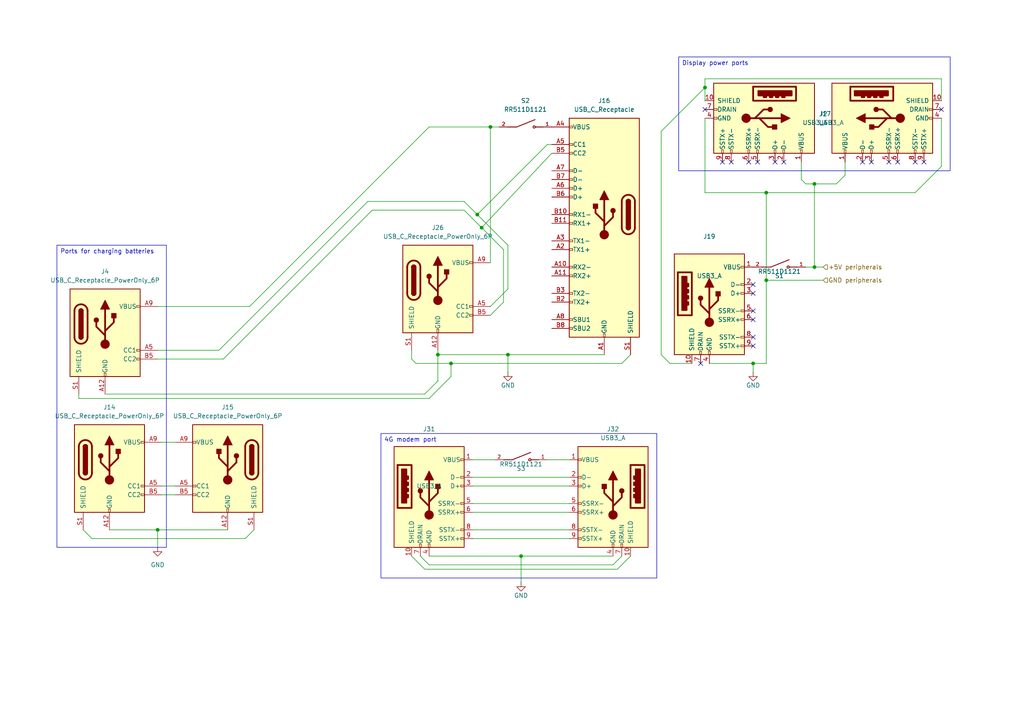
<source format=kicad_sch>
(kicad_sch
	(version 20250114)
	(generator "eeschema")
	(generator_version "9.0")
	(uuid "80e05757-1680-491f-8056-18f5d26bbe1c")
	(paper "A4")
	(lib_symbols
		(symbol "Connector:USB3_A"
			(pin_names
				(offset 1.016)
			)
			(exclude_from_sim no)
			(in_bom yes)
			(on_board yes)
			(property "Reference" "J"
				(at -10.16 15.24 0)
				(effects
					(font
						(size 1.27 1.27)
					)
					(justify left)
				)
			)
			(property "Value" "USB3_A"
				(at 10.16 15.24 0)
				(effects
					(font
						(size 1.27 1.27)
					)
					(justify right)
				)
			)
			(property "Footprint" ""
				(at 3.81 2.54 0)
				(effects
					(font
						(size 1.27 1.27)
					)
					(hide yes)
				)
			)
			(property "Datasheet" "~"
				(at 3.81 2.54 0)
				(effects
					(font
						(size 1.27 1.27)
					)
					(hide yes)
				)
			)
			(property "Description" "USB 3.0 A connector"
				(at 0 0 0)
				(effects
					(font
						(size 1.27 1.27)
					)
					(hide yes)
				)
			)
			(property "ki_keywords" "usb universal serial bus"
				(at 0 0 0)
				(effects
					(font
						(size 1.27 1.27)
					)
					(hide yes)
				)
			)
			(property "ki_fp_filters" "USB3*"
				(at 0 0 0)
				(effects
					(font
						(size 1.27 1.27)
					)
					(hide yes)
				)
			)
			(symbol "USB3_A_0_0"
				(rectangle
					(start -9.144 8.636)
					(end -5.08 -3.81)
					(stroke
						(width 0.508)
						(type default)
					)
					(fill
						(type none)
					)
				)
				(rectangle
					(start -7.874 7.366)
					(end -6.604 -2.286)
					(stroke
						(width 0.508)
						(type default)
					)
					(fill
						(type outline)
					)
				)
				(rectangle
					(start -6.35 5.334)
					(end -6.096 4.572)
					(stroke
						(width 0.508)
						(type default)
					)
					(fill
						(type none)
					)
				)
				(rectangle
					(start -6.35 3.556)
					(end -6.096 2.794)
					(stroke
						(width 0.508)
						(type default)
					)
					(fill
						(type none)
					)
				)
				(rectangle
					(start -6.35 1.778)
					(end -6.096 1.016)
					(stroke
						(width 0.508)
						(type default)
					)
					(fill
						(type none)
					)
				)
				(rectangle
					(start -6.35 0)
					(end -6.096 -0.762)
					(stroke
						(width 0.508)
						(type default)
					)
					(fill
						(type none)
					)
				)
				(rectangle
					(start -2.794 -15.24)
					(end -2.286 -14.224)
					(stroke
						(width 0)
						(type default)
					)
					(fill
						(type none)
					)
				)
				(rectangle
					(start -0.254 -15.24)
					(end 0.254 -14.224)
					(stroke
						(width 0)
						(type default)
					)
					(fill
						(type none)
					)
				)
				(rectangle
					(start 10.16 10.414)
					(end 9.144 9.906)
					(stroke
						(width 0)
						(type default)
					)
					(fill
						(type none)
					)
				)
				(rectangle
					(start 10.16 5.334)
					(end 9.144 4.826)
					(stroke
						(width 0)
						(type default)
					)
					(fill
						(type none)
					)
				)
				(rectangle
					(start 10.16 2.794)
					(end 9.144 2.286)
					(stroke
						(width 0)
						(type default)
					)
					(fill
						(type none)
					)
				)
				(rectangle
					(start 10.16 -2.286)
					(end 9.144 -2.794)
					(stroke
						(width 0)
						(type default)
					)
					(fill
						(type none)
					)
				)
				(rectangle
					(start 10.16 -4.826)
					(end 9.144 -5.334)
					(stroke
						(width 0)
						(type default)
					)
					(fill
						(type none)
					)
				)
				(rectangle
					(start 10.16 -9.906)
					(end 9.144 -10.414)
					(stroke
						(width 0)
						(type default)
					)
					(fill
						(type none)
					)
				)
				(rectangle
					(start 10.16 -12.446)
					(end 9.144 -12.954)
					(stroke
						(width 0)
						(type default)
					)
					(fill
						(type none)
					)
				)
			)
			(symbol "USB3_A_0_1"
				(rectangle
					(start -10.16 13.97)
					(end 10.16 -15.24)
					(stroke
						(width 0.254)
						(type default)
					)
					(fill
						(type background)
					)
				)
			)
			(symbol "USB3_A_1_1"
				(circle
					(center -2.54 1.143)
					(radius 0.635)
					(stroke
						(width 0.254)
						(type default)
					)
					(fill
						(type outline)
					)
				)
				(polyline
					(pts
						(xy -1.27 4.318) (xy 0 6.858) (xy 1.27 4.318) (xy -1.27 4.318)
					)
					(stroke
						(width 0.254)
						(type default)
					)
					(fill
						(type outline)
					)
				)
				(polyline
					(pts
						(xy 0 -2.032) (xy 2.54 0.508) (xy 2.54 1.778)
					)
					(stroke
						(width 0.508)
						(type default)
					)
					(fill
						(type none)
					)
				)
				(polyline
					(pts
						(xy 0 -3.302) (xy -2.54 -0.762) (xy -2.54 0.508)
					)
					(stroke
						(width 0.508)
						(type default)
					)
					(fill
						(type none)
					)
				)
				(polyline
					(pts
						(xy 0 -5.842) (xy 0 4.318)
					)
					(stroke
						(width 0.508)
						(type default)
					)
					(fill
						(type none)
					)
				)
				(circle
					(center 0 -5.842)
					(radius 1.27)
					(stroke
						(width 0)
						(type default)
					)
					(fill
						(type outline)
					)
				)
				(rectangle
					(start 1.905 1.778)
					(end 3.175 3.048)
					(stroke
						(width 0.254)
						(type default)
					)
					(fill
						(type outline)
					)
				)
				(pin passive line
					(at -5.08 -17.78 90)
					(length 2.54)
					(name "SHIELD"
						(effects
							(font
								(size 1.27 1.27)
							)
						)
					)
					(number "10"
						(effects
							(font
								(size 1.27 1.27)
							)
						)
					)
				)
				(pin passive line
					(at -2.54 -17.78 90)
					(length 2.54)
					(name "DRAIN"
						(effects
							(font
								(size 1.27 1.27)
							)
						)
					)
					(number "7"
						(effects
							(font
								(size 1.27 1.27)
							)
						)
					)
				)
				(pin power_in line
					(at 0 -17.78 90)
					(length 2.54)
					(name "GND"
						(effects
							(font
								(size 1.27 1.27)
							)
						)
					)
					(number "4"
						(effects
							(font
								(size 1.27 1.27)
							)
						)
					)
				)
				(pin power_in line
					(at 12.7 10.16 180)
					(length 2.54)
					(name "VBUS"
						(effects
							(font
								(size 1.27 1.27)
							)
						)
					)
					(number "1"
						(effects
							(font
								(size 1.27 1.27)
							)
						)
					)
				)
				(pin bidirectional line
					(at 12.7 5.08 180)
					(length 2.54)
					(name "D-"
						(effects
							(font
								(size 1.27 1.27)
							)
						)
					)
					(number "2"
						(effects
							(font
								(size 1.27 1.27)
							)
						)
					)
				)
				(pin bidirectional line
					(at 12.7 2.54 180)
					(length 2.54)
					(name "D+"
						(effects
							(font
								(size 1.27 1.27)
							)
						)
					)
					(number "3"
						(effects
							(font
								(size 1.27 1.27)
							)
						)
					)
				)
				(pin output line
					(at 12.7 -2.54 180)
					(length 2.54)
					(name "SSRX-"
						(effects
							(font
								(size 1.27 1.27)
							)
						)
					)
					(number "5"
						(effects
							(font
								(size 1.27 1.27)
							)
						)
					)
				)
				(pin output line
					(at 12.7 -5.08 180)
					(length 2.54)
					(name "SSRX+"
						(effects
							(font
								(size 1.27 1.27)
							)
						)
					)
					(number "6"
						(effects
							(font
								(size 1.27 1.27)
							)
						)
					)
				)
				(pin input line
					(at 12.7 -10.16 180)
					(length 2.54)
					(name "SSTX-"
						(effects
							(font
								(size 1.27 1.27)
							)
						)
					)
					(number "8"
						(effects
							(font
								(size 1.27 1.27)
							)
						)
					)
				)
				(pin input line
					(at 12.7 -12.7 180)
					(length 2.54)
					(name "SSTX+"
						(effects
							(font
								(size 1.27 1.27)
							)
						)
					)
					(number "9"
						(effects
							(font
								(size 1.27 1.27)
							)
						)
					)
				)
			)
			(embedded_fonts no)
		)
		(symbol "Connector:USB_C_Receptacle"
			(pin_names
				(offset 1.016)
			)
			(exclude_from_sim no)
			(in_bom yes)
			(on_board yes)
			(property "Reference" "J"
				(at -10.16 29.21 0)
				(effects
					(font
						(size 1.27 1.27)
					)
					(justify left)
				)
			)
			(property "Value" "USB_C_Receptacle"
				(at 10.16 29.21 0)
				(effects
					(font
						(size 1.27 1.27)
					)
					(justify right)
				)
			)
			(property "Footprint" ""
				(at 3.81 0 0)
				(effects
					(font
						(size 1.27 1.27)
					)
					(hide yes)
				)
			)
			(property "Datasheet" "https://www.usb.org/sites/default/files/documents/usb_type-c.zip"
				(at 3.81 0 0)
				(effects
					(font
						(size 1.27 1.27)
					)
					(hide yes)
				)
			)
			(property "Description" "USB Full-Featured Type-C Receptacle connector"
				(at 0 0 0)
				(effects
					(font
						(size 1.27 1.27)
					)
					(hide yes)
				)
			)
			(property "ki_keywords" "usb universal serial bus type-C full-featured"
				(at 0 0 0)
				(effects
					(font
						(size 1.27 1.27)
					)
					(hide yes)
				)
			)
			(property "ki_fp_filters" "USB*C*Receptacle*"
				(at 0 0 0)
				(effects
					(font
						(size 1.27 1.27)
					)
					(hide yes)
				)
			)
			(symbol "USB_C_Receptacle_0_0"
				(rectangle
					(start -0.254 -35.56)
					(end 0.254 -34.544)
					(stroke
						(width 0)
						(type default)
					)
					(fill
						(type none)
					)
				)
				(rectangle
					(start 10.16 25.654)
					(end 9.144 25.146)
					(stroke
						(width 0)
						(type default)
					)
					(fill
						(type none)
					)
				)
				(rectangle
					(start 10.16 20.574)
					(end 9.144 20.066)
					(stroke
						(width 0)
						(type default)
					)
					(fill
						(type none)
					)
				)
				(rectangle
					(start 10.16 18.034)
					(end 9.144 17.526)
					(stroke
						(width 0)
						(type default)
					)
					(fill
						(type none)
					)
				)
				(rectangle
					(start 10.16 12.954)
					(end 9.144 12.446)
					(stroke
						(width 0)
						(type default)
					)
					(fill
						(type none)
					)
				)
				(rectangle
					(start 10.16 10.414)
					(end 9.144 9.906)
					(stroke
						(width 0)
						(type default)
					)
					(fill
						(type none)
					)
				)
				(rectangle
					(start 10.16 7.874)
					(end 9.144 7.366)
					(stroke
						(width 0)
						(type default)
					)
					(fill
						(type none)
					)
				)
				(rectangle
					(start 10.16 5.334)
					(end 9.144 4.826)
					(stroke
						(width 0)
						(type default)
					)
					(fill
						(type none)
					)
				)
				(rectangle
					(start 10.16 0.254)
					(end 9.144 -0.254)
					(stroke
						(width 0)
						(type default)
					)
					(fill
						(type none)
					)
				)
				(rectangle
					(start 10.16 -2.286)
					(end 9.144 -2.794)
					(stroke
						(width 0)
						(type default)
					)
					(fill
						(type none)
					)
				)
				(rectangle
					(start 10.16 -7.366)
					(end 9.144 -7.874)
					(stroke
						(width 0)
						(type default)
					)
					(fill
						(type none)
					)
				)
				(rectangle
					(start 10.16 -9.906)
					(end 9.144 -10.414)
					(stroke
						(width 0)
						(type default)
					)
					(fill
						(type none)
					)
				)
				(rectangle
					(start 10.16 -14.986)
					(end 9.144 -15.494)
					(stroke
						(width 0)
						(type default)
					)
					(fill
						(type none)
					)
				)
				(rectangle
					(start 10.16 -17.526)
					(end 9.144 -18.034)
					(stroke
						(width 0)
						(type default)
					)
					(fill
						(type none)
					)
				)
				(rectangle
					(start 10.16 -22.606)
					(end 9.144 -23.114)
					(stroke
						(width 0)
						(type default)
					)
					(fill
						(type none)
					)
				)
				(rectangle
					(start 10.16 -25.146)
					(end 9.144 -25.654)
					(stroke
						(width 0)
						(type default)
					)
					(fill
						(type none)
					)
				)
				(rectangle
					(start 10.16 -30.226)
					(end 9.144 -30.734)
					(stroke
						(width 0)
						(type default)
					)
					(fill
						(type none)
					)
				)
				(rectangle
					(start 10.16 -32.766)
					(end 9.144 -33.274)
					(stroke
						(width 0)
						(type default)
					)
					(fill
						(type none)
					)
				)
			)
			(symbol "USB_C_Receptacle_0_1"
				(rectangle
					(start -10.16 27.94)
					(end 10.16 -35.56)
					(stroke
						(width 0.254)
						(type default)
					)
					(fill
						(type background)
					)
				)
				(polyline
					(pts
						(xy -8.89 -3.81) (xy -8.89 3.81)
					)
					(stroke
						(width 0.508)
						(type default)
					)
					(fill
						(type none)
					)
				)
				(rectangle
					(start -7.62 -3.81)
					(end -6.35 3.81)
					(stroke
						(width 0.254)
						(type default)
					)
					(fill
						(type outline)
					)
				)
				(arc
					(start -7.62 3.81)
					(mid -6.985 4.4423)
					(end -6.35 3.81)
					(stroke
						(width 0.254)
						(type default)
					)
					(fill
						(type none)
					)
				)
				(arc
					(start -7.62 3.81)
					(mid -6.985 4.4423)
					(end -6.35 3.81)
					(stroke
						(width 0.254)
						(type default)
					)
					(fill
						(type outline)
					)
				)
				(arc
					(start -8.89 3.81)
					(mid -6.985 5.7067)
					(end -5.08 3.81)
					(stroke
						(width 0.508)
						(type default)
					)
					(fill
						(type none)
					)
				)
				(arc
					(start -5.08 -3.81)
					(mid -6.985 -5.7067)
					(end -8.89 -3.81)
					(stroke
						(width 0.508)
						(type default)
					)
					(fill
						(type none)
					)
				)
				(arc
					(start -6.35 -3.81)
					(mid -6.985 -4.4423)
					(end -7.62 -3.81)
					(stroke
						(width 0.254)
						(type default)
					)
					(fill
						(type none)
					)
				)
				(arc
					(start -6.35 -3.81)
					(mid -6.985 -4.4423)
					(end -7.62 -3.81)
					(stroke
						(width 0.254)
						(type default)
					)
					(fill
						(type outline)
					)
				)
				(polyline
					(pts
						(xy -5.08 3.81) (xy -5.08 -3.81)
					)
					(stroke
						(width 0.508)
						(type default)
					)
					(fill
						(type none)
					)
				)
			)
			(symbol "USB_C_Receptacle_1_1"
				(circle
					(center -2.54 1.143)
					(radius 0.635)
					(stroke
						(width 0.254)
						(type default)
					)
					(fill
						(type outline)
					)
				)
				(polyline
					(pts
						(xy -1.27 4.318) (xy 0 6.858) (xy 1.27 4.318) (xy -1.27 4.318)
					)
					(stroke
						(width 0.254)
						(type default)
					)
					(fill
						(type outline)
					)
				)
				(polyline
					(pts
						(xy 0 -2.032) (xy 2.54 0.508) (xy 2.54 1.778)
					)
					(stroke
						(width 0.508)
						(type default)
					)
					(fill
						(type none)
					)
				)
				(polyline
					(pts
						(xy 0 -3.302) (xy -2.54 -0.762) (xy -2.54 0.508)
					)
					(stroke
						(width 0.508)
						(type default)
					)
					(fill
						(type none)
					)
				)
				(polyline
					(pts
						(xy 0 -5.842) (xy 0 4.318)
					)
					(stroke
						(width 0.508)
						(type default)
					)
					(fill
						(type none)
					)
				)
				(circle
					(center 0 -5.842)
					(radius 1.27)
					(stroke
						(width 0)
						(type default)
					)
					(fill
						(type outline)
					)
				)
				(rectangle
					(start 1.905 1.778)
					(end 3.175 3.048)
					(stroke
						(width 0.254)
						(type default)
					)
					(fill
						(type outline)
					)
				)
				(pin passive line
					(at -7.62 -40.64 90)
					(length 5.08)
					(name "SHIELD"
						(effects
							(font
								(size 1.27 1.27)
							)
						)
					)
					(number "S1"
						(effects
							(font
								(size 1.27 1.27)
							)
						)
					)
				)
				(pin passive line
					(at 0 -40.64 90)
					(length 5.08)
					(name "GND"
						(effects
							(font
								(size 1.27 1.27)
							)
						)
					)
					(number "A1"
						(effects
							(font
								(size 1.27 1.27)
							)
						)
					)
				)
				(pin passive line
					(at 0 -40.64 90)
					(length 5.08)
					(hide yes)
					(name "GND"
						(effects
							(font
								(size 1.27 1.27)
							)
						)
					)
					(number "A12"
						(effects
							(font
								(size 1.27 1.27)
							)
						)
					)
				)
				(pin passive line
					(at 0 -40.64 90)
					(length 5.08)
					(hide yes)
					(name "GND"
						(effects
							(font
								(size 1.27 1.27)
							)
						)
					)
					(number "B1"
						(effects
							(font
								(size 1.27 1.27)
							)
						)
					)
				)
				(pin passive line
					(at 0 -40.64 90)
					(length 5.08)
					(hide yes)
					(name "GND"
						(effects
							(font
								(size 1.27 1.27)
							)
						)
					)
					(number "B12"
						(effects
							(font
								(size 1.27 1.27)
							)
						)
					)
				)
				(pin passive line
					(at 15.24 25.4 180)
					(length 5.08)
					(name "VBUS"
						(effects
							(font
								(size 1.27 1.27)
							)
						)
					)
					(number "A4"
						(effects
							(font
								(size 1.27 1.27)
							)
						)
					)
				)
				(pin passive line
					(at 15.24 25.4 180)
					(length 5.08)
					(hide yes)
					(name "VBUS"
						(effects
							(font
								(size 1.27 1.27)
							)
						)
					)
					(number "A9"
						(effects
							(font
								(size 1.27 1.27)
							)
						)
					)
				)
				(pin passive line
					(at 15.24 25.4 180)
					(length 5.08)
					(hide yes)
					(name "VBUS"
						(effects
							(font
								(size 1.27 1.27)
							)
						)
					)
					(number "B4"
						(effects
							(font
								(size 1.27 1.27)
							)
						)
					)
				)
				(pin passive line
					(at 15.24 25.4 180)
					(length 5.08)
					(hide yes)
					(name "VBUS"
						(effects
							(font
								(size 1.27 1.27)
							)
						)
					)
					(number "B9"
						(effects
							(font
								(size 1.27 1.27)
							)
						)
					)
				)
				(pin bidirectional line
					(at 15.24 20.32 180)
					(length 5.08)
					(name "CC1"
						(effects
							(font
								(size 1.27 1.27)
							)
						)
					)
					(number "A5"
						(effects
							(font
								(size 1.27 1.27)
							)
						)
					)
				)
				(pin bidirectional line
					(at 15.24 17.78 180)
					(length 5.08)
					(name "CC2"
						(effects
							(font
								(size 1.27 1.27)
							)
						)
					)
					(number "B5"
						(effects
							(font
								(size 1.27 1.27)
							)
						)
					)
				)
				(pin bidirectional line
					(at 15.24 12.7 180)
					(length 5.08)
					(name "D-"
						(effects
							(font
								(size 1.27 1.27)
							)
						)
					)
					(number "A7"
						(effects
							(font
								(size 1.27 1.27)
							)
						)
					)
				)
				(pin bidirectional line
					(at 15.24 10.16 180)
					(length 5.08)
					(name "D-"
						(effects
							(font
								(size 1.27 1.27)
							)
						)
					)
					(number "B7"
						(effects
							(font
								(size 1.27 1.27)
							)
						)
					)
				)
				(pin bidirectional line
					(at 15.24 7.62 180)
					(length 5.08)
					(name "D+"
						(effects
							(font
								(size 1.27 1.27)
							)
						)
					)
					(number "A6"
						(effects
							(font
								(size 1.27 1.27)
							)
						)
					)
				)
				(pin bidirectional line
					(at 15.24 5.08 180)
					(length 5.08)
					(name "D+"
						(effects
							(font
								(size 1.27 1.27)
							)
						)
					)
					(number "B6"
						(effects
							(font
								(size 1.27 1.27)
							)
						)
					)
				)
				(pin bidirectional line
					(at 15.24 0 180)
					(length 5.08)
					(name "RX1-"
						(effects
							(font
								(size 1.27 1.27)
							)
						)
					)
					(number "B10"
						(effects
							(font
								(size 1.27 1.27)
							)
						)
					)
				)
				(pin bidirectional line
					(at 15.24 -2.54 180)
					(length 5.08)
					(name "RX1+"
						(effects
							(font
								(size 1.27 1.27)
							)
						)
					)
					(number "B11"
						(effects
							(font
								(size 1.27 1.27)
							)
						)
					)
				)
				(pin bidirectional line
					(at 15.24 -7.62 180)
					(length 5.08)
					(name "TX1-"
						(effects
							(font
								(size 1.27 1.27)
							)
						)
					)
					(number "A3"
						(effects
							(font
								(size 1.27 1.27)
							)
						)
					)
				)
				(pin bidirectional line
					(at 15.24 -10.16 180)
					(length 5.08)
					(name "TX1+"
						(effects
							(font
								(size 1.27 1.27)
							)
						)
					)
					(number "A2"
						(effects
							(font
								(size 1.27 1.27)
							)
						)
					)
				)
				(pin bidirectional line
					(at 15.24 -15.24 180)
					(length 5.08)
					(name "RX2-"
						(effects
							(font
								(size 1.27 1.27)
							)
						)
					)
					(number "A10"
						(effects
							(font
								(size 1.27 1.27)
							)
						)
					)
				)
				(pin bidirectional line
					(at 15.24 -17.78 180)
					(length 5.08)
					(name "RX2+"
						(effects
							(font
								(size 1.27 1.27)
							)
						)
					)
					(number "A11"
						(effects
							(font
								(size 1.27 1.27)
							)
						)
					)
				)
				(pin bidirectional line
					(at 15.24 -22.86 180)
					(length 5.08)
					(name "TX2-"
						(effects
							(font
								(size 1.27 1.27)
							)
						)
					)
					(number "B3"
						(effects
							(font
								(size 1.27 1.27)
							)
						)
					)
				)
				(pin bidirectional line
					(at 15.24 -25.4 180)
					(length 5.08)
					(name "TX2+"
						(effects
							(font
								(size 1.27 1.27)
							)
						)
					)
					(number "B2"
						(effects
							(font
								(size 1.27 1.27)
							)
						)
					)
				)
				(pin bidirectional line
					(at 15.24 -30.48 180)
					(length 5.08)
					(name "SBU1"
						(effects
							(font
								(size 1.27 1.27)
							)
						)
					)
					(number "A8"
						(effects
							(font
								(size 1.27 1.27)
							)
						)
					)
				)
				(pin bidirectional line
					(at 15.24 -33.02 180)
					(length 5.08)
					(name "SBU2"
						(effects
							(font
								(size 1.27 1.27)
							)
						)
					)
					(number "B8"
						(effects
							(font
								(size 1.27 1.27)
							)
						)
					)
				)
			)
			(embedded_fonts no)
		)
		(symbol "Connector:USB_C_Receptacle_PowerOnly_6P"
			(pin_names
				(offset 1.016)
			)
			(exclude_from_sim no)
			(in_bom yes)
			(on_board yes)
			(property "Reference" "J"
				(at 0 16.51 0)
				(effects
					(font
						(size 1.27 1.27)
					)
					(justify bottom)
				)
			)
			(property "Value" "USB_C_Receptacle_PowerOnly_6P"
				(at 0 13.97 0)
				(effects
					(font
						(size 1.27 1.27)
					)
					(justify bottom)
				)
			)
			(property "Footprint" ""
				(at 3.81 2.54 0)
				(effects
					(font
						(size 1.27 1.27)
					)
					(hide yes)
				)
			)
			(property "Datasheet" "https://www.usb.org/sites/default/files/documents/usb_type-c.zip"
				(at 0 0 0)
				(effects
					(font
						(size 1.27 1.27)
					)
					(hide yes)
				)
			)
			(property "Description" "USB Power-Only 6P Type-C Receptacle connector"
				(at 0 0 0)
				(effects
					(font
						(size 1.27 1.27)
					)
					(hide yes)
				)
			)
			(property "ki_keywords" "usb universal serial bus type-C power-only charging-only 6P 6C"
				(at 0 0 0)
				(effects
					(font
						(size 1.27 1.27)
					)
					(hide yes)
				)
			)
			(property "ki_fp_filters" "USB*C*Receptacle*"
				(at 0 0 0)
				(effects
					(font
						(size 1.27 1.27)
					)
					(hide yes)
				)
			)
			(symbol "USB_C_Receptacle_PowerOnly_6P_0_0"
				(rectangle
					(start -0.254 -12.7)
					(end 0.254 -11.684)
					(stroke
						(width 0)
						(type default)
					)
					(fill
						(type none)
					)
				)
				(rectangle
					(start 10.16 7.874)
					(end 9.144 7.366)
					(stroke
						(width 0)
						(type default)
					)
					(fill
						(type none)
					)
				)
				(rectangle
					(start 10.16 -4.826)
					(end 9.144 -5.334)
					(stroke
						(width 0)
						(type default)
					)
					(fill
						(type none)
					)
				)
				(rectangle
					(start 10.16 -7.366)
					(end 9.144 -7.874)
					(stroke
						(width 0)
						(type default)
					)
					(fill
						(type none)
					)
				)
			)
			(symbol "USB_C_Receptacle_PowerOnly_6P_0_1"
				(rectangle
					(start -10.16 12.7)
					(end 10.16 -12.7)
					(stroke
						(width 0.254)
						(type default)
					)
					(fill
						(type background)
					)
				)
				(polyline
					(pts
						(xy -8.89 -1.27) (xy -8.89 6.35)
					)
					(stroke
						(width 0.508)
						(type default)
					)
					(fill
						(type none)
					)
				)
				(rectangle
					(start -7.62 -1.27)
					(end -6.35 6.35)
					(stroke
						(width 0.254)
						(type default)
					)
					(fill
						(type outline)
					)
				)
				(arc
					(start -7.62 6.35)
					(mid -6.985 6.9823)
					(end -6.35 6.35)
					(stroke
						(width 0.254)
						(type default)
					)
					(fill
						(type none)
					)
				)
				(arc
					(start -7.62 6.35)
					(mid -6.985 6.9823)
					(end -6.35 6.35)
					(stroke
						(width 0.254)
						(type default)
					)
					(fill
						(type outline)
					)
				)
				(arc
					(start -8.89 6.35)
					(mid -6.985 8.2467)
					(end -5.08 6.35)
					(stroke
						(width 0.508)
						(type default)
					)
					(fill
						(type none)
					)
				)
				(arc
					(start -5.08 -1.27)
					(mid -6.985 -3.1667)
					(end -8.89 -1.27)
					(stroke
						(width 0.508)
						(type default)
					)
					(fill
						(type none)
					)
				)
				(arc
					(start -6.35 -1.27)
					(mid -6.985 -1.9023)
					(end -7.62 -1.27)
					(stroke
						(width 0.254)
						(type default)
					)
					(fill
						(type none)
					)
				)
				(arc
					(start -6.35 -1.27)
					(mid -6.985 -1.9023)
					(end -7.62 -1.27)
					(stroke
						(width 0.254)
						(type default)
					)
					(fill
						(type outline)
					)
				)
				(polyline
					(pts
						(xy -5.08 6.35) (xy -5.08 -1.27)
					)
					(stroke
						(width 0.508)
						(type default)
					)
					(fill
						(type none)
					)
				)
				(circle
					(center -2.54 3.683)
					(radius 0.635)
					(stroke
						(width 0.254)
						(type default)
					)
					(fill
						(type outline)
					)
				)
				(polyline
					(pts
						(xy -1.27 6.858) (xy 0 9.398) (xy 1.27 6.858) (xy -1.27 6.858)
					)
					(stroke
						(width 0.254)
						(type default)
					)
					(fill
						(type outline)
					)
				)
				(polyline
					(pts
						(xy 0 0.508) (xy 2.54 3.048) (xy 2.54 4.318)
					)
					(stroke
						(width 0.508)
						(type default)
					)
					(fill
						(type none)
					)
				)
				(polyline
					(pts
						(xy 0 -0.762) (xy -2.54 1.778) (xy -2.54 3.048)
					)
					(stroke
						(width 0.508)
						(type default)
					)
					(fill
						(type none)
					)
				)
				(polyline
					(pts
						(xy 0 -3.302) (xy 0 6.858)
					)
					(stroke
						(width 0.508)
						(type default)
					)
					(fill
						(type none)
					)
				)
				(circle
					(center 0 -3.302)
					(radius 1.27)
					(stroke
						(width 0)
						(type default)
					)
					(fill
						(type outline)
					)
				)
				(rectangle
					(start 1.905 4.318)
					(end 3.175 5.588)
					(stroke
						(width 0.254)
						(type default)
					)
					(fill
						(type outline)
					)
				)
			)
			(symbol "USB_C_Receptacle_PowerOnly_6P_1_1"
				(pin passive line
					(at -7.62 -17.78 90)
					(length 5.08)
					(name "SHIELD"
						(effects
							(font
								(size 1.27 1.27)
							)
						)
					)
					(number "S1"
						(effects
							(font
								(size 1.27 1.27)
							)
						)
					)
				)
				(pin passive line
					(at 0 -17.78 90)
					(length 5.08)
					(name "GND"
						(effects
							(font
								(size 1.27 1.27)
							)
						)
					)
					(number "A12"
						(effects
							(font
								(size 1.27 1.27)
							)
						)
					)
				)
				(pin passive line
					(at 0 -17.78 90)
					(length 5.08)
					(hide yes)
					(name "GND"
						(effects
							(font
								(size 1.27 1.27)
							)
						)
					)
					(number "B12"
						(effects
							(font
								(size 1.27 1.27)
							)
						)
					)
				)
				(pin passive line
					(at 15.24 7.62 180)
					(length 5.08)
					(name "VBUS"
						(effects
							(font
								(size 1.27 1.27)
							)
						)
					)
					(number "A9"
						(effects
							(font
								(size 1.27 1.27)
							)
						)
					)
				)
				(pin passive line
					(at 15.24 7.62 180)
					(length 5.08)
					(hide yes)
					(name "VBUS"
						(effects
							(font
								(size 1.27 1.27)
							)
						)
					)
					(number "B9"
						(effects
							(font
								(size 1.27 1.27)
							)
						)
					)
				)
				(pin bidirectional line
					(at 15.24 -5.08 180)
					(length 5.08)
					(name "CC1"
						(effects
							(font
								(size 1.27 1.27)
							)
						)
					)
					(number "A5"
						(effects
							(font
								(size 1.27 1.27)
							)
						)
					)
				)
				(pin bidirectional line
					(at 15.24 -7.62 180)
					(length 5.08)
					(name "CC2"
						(effects
							(font
								(size 1.27 1.27)
							)
						)
					)
					(number "B5"
						(effects
							(font
								(size 1.27 1.27)
							)
						)
					)
				)
			)
			(embedded_fonts no)
		)
		(symbol "RR511D1121:RR511D1121"
			(pin_names
				(offset 1.016)
			)
			(exclude_from_sim no)
			(in_bom yes)
			(on_board yes)
			(property "Reference" "S"
				(at -2.54 2.54 0)
				(effects
					(font
						(size 1.27 1.27)
					)
					(justify left bottom)
				)
			)
			(property "Value" "RR511D1121"
				(at -2.54 -2.54 0)
				(effects
					(font
						(size 1.27 1.27)
					)
					(justify left top)
				)
			)
			(property "Footprint" "RR511D1121:E-SWITCH_RR511D1121"
				(at 0 0 0)
				(effects
					(font
						(size 1.27 1.27)
					)
					(justify bottom)
					(hide yes)
				)
			)
			(property "Datasheet" ""
				(at 0 0 0)
				(effects
					(font
						(size 1.27 1.27)
					)
					(hide yes)
				)
			)
			(property "Description" ""
				(at 0 0 0)
				(effects
					(font
						(size 1.27 1.27)
					)
					(hide yes)
				)
			)
			(property "MF" "E-Switch"
				(at 0 0 0)
				(effects
					(font
						(size 1.27 1.27)
					)
					(justify bottom)
					(hide yes)
				)
			)
			(property "MAXIMUM_PACKAGE_HEIGHT" "17.9mm"
				(at 0 0 0)
				(effects
					(font
						(size 1.27 1.27)
					)
					(justify bottom)
					(hide yes)
				)
			)
			(property "Package" "None"
				(at 0 0 0)
				(effects
					(font
						(size 1.27 1.27)
					)
					(justify bottom)
					(hide yes)
				)
			)
			(property "Price" "None"
				(at 0 0 0)
				(effects
					(font
						(size 1.27 1.27)
					)
					(justify bottom)
					(hide yes)
				)
			)
			(property "Check_prices" "https://www.snapeda.com/parts/RR511D1121/E-Switch/view-part/?ref=eda"
				(at 0 0 0)
				(effects
					(font
						(size 1.27 1.27)
					)
					(justify bottom)
					(hide yes)
				)
			)
			(property "STANDARD" "Manufacturer Recommendations"
				(at 0 0 0)
				(effects
					(font
						(size 1.27 1.27)
					)
					(justify bottom)
					(hide yes)
				)
			)
			(property "PARTREV" "A"
				(at 0 0 0)
				(effects
					(font
						(size 1.27 1.27)
					)
					(justify bottom)
					(hide yes)
				)
			)
			(property "SnapEDA_Link" "https://www.snapeda.com/parts/RR511D1121/E-Switch/view-part/?ref=snap"
				(at 0 0 0)
				(effects
					(font
						(size 1.27 1.27)
					)
					(justify bottom)
					(hide yes)
				)
			)
			(property "MP" "RR511D1121"
				(at 0 0 0)
				(effects
					(font
						(size 1.27 1.27)
					)
					(justify bottom)
					(hide yes)
				)
			)
			(property "Description_1" "Rocker Switch, RR5 Series, SPST,OFF-ON,Blk Rocker,I/O Legend, 20A, 125VAC, | E-Switch RR511D1121"
				(at 0 0 0)
				(effects
					(font
						(size 1.27 1.27)
					)
					(justify bottom)
					(hide yes)
				)
			)
			(property "Availability" "In Stock"
				(at 0 0 0)
				(effects
					(font
						(size 1.27 1.27)
					)
					(justify bottom)
					(hide yes)
				)
			)
			(property "MANUFACTURER" "E-Switch"
				(at 0 0 0)
				(effects
					(font
						(size 1.27 1.27)
					)
					(justify bottom)
					(hide yes)
				)
			)
			(symbol "RR511D1121_0_0"
				(polyline
					(pts
						(xy -2.54 0) (xy -5.08 0)
					)
					(stroke
						(width 0.254)
						(type default)
					)
					(fill
						(type none)
					)
				)
				(polyline
					(pts
						(xy -2.54 0) (xy 2.794 2.1336)
					)
					(stroke
						(width 0.254)
						(type default)
					)
					(fill
						(type none)
					)
				)
				(circle
					(center 2.54 0)
					(radius 0.3302)
					(stroke
						(width 0.254)
						(type default)
					)
					(fill
						(type none)
					)
				)
				(polyline
					(pts
						(xy 5.08 0) (xy 2.921 0)
					)
					(stroke
						(width 0.254)
						(type default)
					)
					(fill
						(type none)
					)
				)
				(pin passive line
					(at -7.62 0 0)
					(length 2.54)
					(name "~"
						(effects
							(font
								(size 1.016 1.016)
							)
						)
					)
					(number "2"
						(effects
							(font
								(size 1.016 1.016)
							)
						)
					)
				)
				(pin passive line
					(at 7.62 0 180)
					(length 2.54)
					(name "~"
						(effects
							(font
								(size 1.016 1.016)
							)
						)
					)
					(number "1"
						(effects
							(font
								(size 1.016 1.016)
							)
						)
					)
				)
			)
			(embedded_fonts no)
		)
		(symbol "power:GND"
			(power)
			(pin_numbers
				(hide yes)
			)
			(pin_names
				(offset 0)
				(hide yes)
			)
			(exclude_from_sim no)
			(in_bom yes)
			(on_board yes)
			(property "Reference" "#PWR"
				(at 0 -6.35 0)
				(effects
					(font
						(size 1.27 1.27)
					)
					(hide yes)
				)
			)
			(property "Value" "GND"
				(at 0 -3.81 0)
				(effects
					(font
						(size 1.27 1.27)
					)
				)
			)
			(property "Footprint" ""
				(at 0 0 0)
				(effects
					(font
						(size 1.27 1.27)
					)
					(hide yes)
				)
			)
			(property "Datasheet" ""
				(at 0 0 0)
				(effects
					(font
						(size 1.27 1.27)
					)
					(hide yes)
				)
			)
			(property "Description" "Power symbol creates a global label with name \"GND\" , ground"
				(at 0 0 0)
				(effects
					(font
						(size 1.27 1.27)
					)
					(hide yes)
				)
			)
			(property "ki_keywords" "global power"
				(at 0 0 0)
				(effects
					(font
						(size 1.27 1.27)
					)
					(hide yes)
				)
			)
			(symbol "GND_0_1"
				(polyline
					(pts
						(xy 0 0) (xy 0 -1.27) (xy 1.27 -1.27) (xy 0 -2.54) (xy -1.27 -1.27) (xy 0 -1.27)
					)
					(stroke
						(width 0)
						(type default)
					)
					(fill
						(type none)
					)
				)
			)
			(symbol "GND_1_1"
				(pin power_in line
					(at 0 0 270)
					(length 0)
					(name "~"
						(effects
							(font
								(size 1.27 1.27)
							)
						)
					)
					(number "1"
						(effects
							(font
								(size 1.27 1.27)
							)
						)
					)
				)
			)
			(embedded_fonts no)
		)
	)
	(text_box "Display power ports"
		(exclude_from_sim no)
		(at 196.85 16.51 0)
		(size 78.74 33.02)
		(margins 0.9525 0.9525 0.9525 0.9525)
		(stroke
			(width 0)
			(type solid)
		)
		(fill
			(type none)
		)
		(effects
			(font
				(size 1.27 1.27)
			)
			(justify left top)
		)
		(uuid "14fc87bf-bda6-4246-9cd7-d4ba78d770ff")
	)
	(text_box "4G modem port"
		(exclude_from_sim no)
		(at 110.49 125.73 0)
		(size 80.01 41.91)
		(margins 0.9525 0.9525 0.9525 0.9525)
		(stroke
			(width 0)
			(type solid)
		)
		(fill
			(type none)
		)
		(effects
			(font
				(size 1.27 1.27)
			)
			(justify left top)
		)
		(uuid "8a2b046f-aa1a-4071-a3ea-22a337a02403")
	)
	(text_box "Ports for charging batteries"
		(exclude_from_sim no)
		(at 16.51 71.12 0)
		(size 31.75 87.63)
		(margins 0.9525 0.9525 0.9525 0.9525)
		(stroke
			(width 0)
			(type solid)
		)
		(fill
			(type none)
		)
		(effects
			(font
				(size 1.27 1.27)
			)
			(justify left top)
		)
		(uuid "eb9e3291-aa70-4e06-b204-07c73891cd12")
	)
	(junction
		(at 45.72 153.67)
		(diameter 0)
		(color 0 0 0 0)
		(uuid "22084ff8-db33-49eb-b222-74e6c935c137")
	)
	(junction
		(at 218.44 105.41)
		(diameter 0)
		(color 0 0 0 0)
		(uuid "38187c6b-0430-4be5-86e2-e672717e9c70")
	)
	(junction
		(at 138.43 62.23)
		(diameter 0)
		(color 0 0 0 0)
		(uuid "3b99b7a0-3ce0-495e-aa9c-d44aeb068229")
	)
	(junction
		(at 222.25 55.88)
		(diameter 0)
		(color 0 0 0 0)
		(uuid "42697af2-c1ef-463f-a9be-ab96d8d3fb26")
	)
	(junction
		(at 130.81 105.41)
		(diameter 0)
		(color 0 0 0 0)
		(uuid "594d4660-b178-4f90-b55b-255088d73840")
	)
	(junction
		(at 236.22 77.47)
		(diameter 0)
		(color 0 0 0 0)
		(uuid "6c64ac33-78b8-4f45-a0d6-af61ee76ec3e")
	)
	(junction
		(at 236.22 53.34)
		(diameter 0)
		(color 0 0 0 0)
		(uuid "9b257d83-3daa-4a65-b2be-567db101d87c")
	)
	(junction
		(at 127 102.87)
		(diameter 0)
		(color 0 0 0 0)
		(uuid "b0543793-1374-471e-b1dd-2d0947bb91e4")
	)
	(junction
		(at 151.13 161.29)
		(diameter 0)
		(color 0 0 0 0)
		(uuid "b59ae299-236b-485c-8742-8981ea7fa9ea")
	)
	(junction
		(at 222.25 81.28)
		(diameter 0)
		(color 0 0 0 0)
		(uuid "c37a8a15-8bde-476b-b8b5-c17582721bee")
	)
	(junction
		(at 147.32 102.87)
		(diameter 0)
		(color 0 0 0 0)
		(uuid "d680790f-d4e9-4eeb-8e10-32b401892df5")
	)
	(junction
		(at 139.7 66.04)
		(diameter 0)
		(color 0 0 0 0)
		(uuid "d7fc88cf-f89d-4a79-953c-ed2084c60517")
	)
	(junction
		(at 204.47 25.4)
		(diameter 0)
		(color 0 0 0 0)
		(uuid "df0d4808-16bf-4efd-ab7e-44c9b5a41ad4")
	)
	(junction
		(at 142.24 36.83)
		(diameter 0)
		(color 0 0 0 0)
		(uuid "e4d0b0c5-7791-476e-98ce-523027a6d755")
	)
	(no_connect
		(at 250.19 46.99)
		(uuid "04b7e637-e00c-4cec-ae1f-a8dd0ba24ade")
	)
	(no_connect
		(at 252.73 46.99)
		(uuid "144ce40e-d56f-4ae0-b74f-01e159e7d916")
	)
	(no_connect
		(at 267.97 46.99)
		(uuid "1ff1c4a7-4389-4dc5-a334-32d184158437")
	)
	(no_connect
		(at 218.44 92.71)
		(uuid "21b1e0f6-d79a-4e9b-8c09-1266fba716fb")
	)
	(no_connect
		(at 218.44 85.09)
		(uuid "27d18357-2a87-44cd-b97c-fcaa25ef1c4a")
	)
	(no_connect
		(at 204.47 31.75)
		(uuid "29396b06-ecb4-46b6-8f7a-00aa14dd70f2")
	)
	(no_connect
		(at 273.05 31.75)
		(uuid "3afadb40-b569-4021-a790-ce482090f9a8")
	)
	(no_connect
		(at 218.44 100.33)
		(uuid "40e0b1cc-948a-4d11-82ab-32301b142e00")
	)
	(no_connect
		(at 218.44 90.17)
		(uuid "47cca9e4-24d8-486d-8690-67e85a6a4050")
	)
	(no_connect
		(at 224.79 46.99)
		(uuid "4d657b79-c8e5-40b1-b9cf-50e1d650918e")
	)
	(no_connect
		(at 257.81 46.99)
		(uuid "532f148e-5291-4462-8f05-9ea6d92c4b13")
	)
	(no_connect
		(at 260.35 46.99)
		(uuid "7d13a9f8-f69d-41a9-b748-667f3ea235d2")
	)
	(no_connect
		(at 265.43 46.99)
		(uuid "81bcd73c-a865-4c1a-a81c-67f231f0af54")
	)
	(no_connect
		(at 203.2 105.41)
		(uuid "90ce6555-d805-4db0-a651-3c6476cdbafa")
	)
	(no_connect
		(at 212.09 46.99)
		(uuid "aca99aa3-6d23-4da3-bcfb-864cae34a173")
	)
	(no_connect
		(at 218.44 82.55)
		(uuid "b9e248a1-e584-4cae-a999-75bd24124caa")
	)
	(no_connect
		(at 217.17 46.99)
		(uuid "d1416613-629e-475e-8d5e-73a957320709")
	)
	(no_connect
		(at 227.33 46.99)
		(uuid "d836c063-c934-4ff6-9286-66609fcbab9b")
	)
	(no_connect
		(at 209.55 46.99)
		(uuid "e4f8dd3b-54b8-4378-8d6c-694ea33c66de")
	)
	(no_connect
		(at 219.71 46.99)
		(uuid "f3c49329-e1aa-4f85-8e7f-fc6543b5337b")
	)
	(no_connect
		(at 218.44 97.79)
		(uuid "f67661fa-49d7-482e-9802-cdb2005296c2")
	)
	(wire
		(pts
			(xy 204.47 25.4) (xy 204.47 29.21)
		)
		(stroke
			(width 0)
			(type default)
		)
		(uuid "01297fa9-d691-41d4-8df3-0281b919c876")
	)
	(wire
		(pts
			(xy 177.8 163.83) (xy 180.34 161.29)
		)
		(stroke
			(width 0)
			(type default)
		)
		(uuid "03142f20-65d8-46f3-acbe-060a6397ea02")
	)
	(wire
		(pts
			(xy 130.81 105.41) (xy 120.65 105.41)
		)
		(stroke
			(width 0)
			(type default)
		)
		(uuid "06c76323-296b-4aba-97a5-c1eba7e99e71")
	)
	(wire
		(pts
			(xy 147.32 71.12) (xy 147.32 83.82)
		)
		(stroke
			(width 0)
			(type default)
		)
		(uuid "075e99c4-8295-4f61-bf4d-a7ef6c278dea")
	)
	(wire
		(pts
			(xy 146.05 72.39) (xy 146.05 87.63)
		)
		(stroke
			(width 0)
			(type default)
		)
		(uuid "0dd8cfe4-e953-455f-afa9-5fd3ecbf685a")
	)
	(wire
		(pts
			(xy 31.75 153.67) (xy 45.72 153.67)
		)
		(stroke
			(width 0)
			(type default)
		)
		(uuid "129803ef-75c7-44b4-905c-cb73f219f1db")
	)
	(wire
		(pts
			(xy 204.47 34.29) (xy 204.47 55.88)
		)
		(stroke
			(width 0)
			(type default)
		)
		(uuid "153eae8b-1f2f-49a8-bac2-c0357547abca")
	)
	(wire
		(pts
			(xy 232.41 46.99) (xy 232.41 52.07)
		)
		(stroke
			(width 0)
			(type default)
		)
		(uuid "1650bbe6-33ee-4826-99b5-8b40dcb05ea4")
	)
	(wire
		(pts
			(xy 63.5 101.6) (xy 106.68 58.42)
		)
		(stroke
			(width 0)
			(type default)
		)
		(uuid "1764e018-757d-416c-b3cd-317f5de33cbc")
	)
	(wire
		(pts
			(xy 144.78 36.83) (xy 142.24 36.83)
		)
		(stroke
			(width 0)
			(type default)
		)
		(uuid "19fe97cf-8dbb-47f9-8713-09066869e8a8")
	)
	(wire
		(pts
			(xy 180.34 105.41) (xy 182.88 102.87)
		)
		(stroke
			(width 0)
			(type default)
		)
		(uuid "222d9ad7-8970-4451-bc97-83d568d9121a")
	)
	(wire
		(pts
			(xy 137.16 140.97) (xy 165.1 140.97)
		)
		(stroke
			(width 0)
			(type default)
		)
		(uuid "224db2df-4dd7-4a11-abd9-2c34da63430d")
	)
	(wire
		(pts
			(xy 137.16 146.05) (xy 165.1 146.05)
		)
		(stroke
			(width 0)
			(type default)
		)
		(uuid "2df59d8f-98ea-4a85-aa9c-aebd74ca863a")
	)
	(wire
		(pts
			(xy 130.81 105.41) (xy 180.34 105.41)
		)
		(stroke
			(width 0)
			(type default)
		)
		(uuid "2e05b57f-3101-4349-80c1-b5cd4eb19348")
	)
	(wire
		(pts
			(xy 146.05 87.63) (xy 142.24 91.44)
		)
		(stroke
			(width 0)
			(type default)
		)
		(uuid "2e4a1366-4f39-4e1b-997f-b177a4c859b2")
	)
	(wire
		(pts
			(xy 222.25 55.88) (xy 222.25 81.28)
		)
		(stroke
			(width 0)
			(type default)
		)
		(uuid "2f983ec7-ae92-48b9-99d0-c4c06ecaea21")
	)
	(wire
		(pts
			(xy 134.62 60.96) (xy 139.7 66.04)
		)
		(stroke
			(width 0)
			(type default)
		)
		(uuid "36e8827e-1ace-487e-a34e-1bbbe8fd4bd7")
	)
	(wire
		(pts
			(xy 46.99 143.51) (xy 50.8 143.51)
		)
		(stroke
			(width 0)
			(type default)
		)
		(uuid "37dccb7a-0f02-40fd-93a2-26f8c8b54f63")
	)
	(wire
		(pts
			(xy 64.77 104.14) (xy 107.95 60.96)
		)
		(stroke
			(width 0)
			(type default)
		)
		(uuid "3b10db99-8059-45a1-aa42-3d9c990b2595")
	)
	(wire
		(pts
			(xy 204.47 22.86) (xy 273.05 22.86)
		)
		(stroke
			(width 0)
			(type default)
		)
		(uuid "3d311305-7f42-4958-b170-fa0ca82a7401")
	)
	(wire
		(pts
			(xy 138.43 62.23) (xy 147.32 71.12)
		)
		(stroke
			(width 0)
			(type default)
		)
		(uuid "4041f6e1-1483-4bda-b9fa-eebd0adb484b")
	)
	(wire
		(pts
			(xy 123.19 165.1) (xy 179.07 165.1)
		)
		(stroke
			(width 0)
			(type default)
		)
		(uuid "412898f4-3868-4a4f-ada3-b71d1da8ed27")
	)
	(wire
		(pts
			(xy 45.72 158.75) (xy 45.72 153.67)
		)
		(stroke
			(width 0)
			(type default)
		)
		(uuid "437652f2-6089-4989-97da-96dd1f123e15")
	)
	(wire
		(pts
			(xy 46.99 140.97) (xy 50.8 140.97)
		)
		(stroke
			(width 0)
			(type default)
		)
		(uuid "449fa998-72e1-4a62-893f-e59c356b105f")
	)
	(wire
		(pts
			(xy 137.16 156.21) (xy 165.1 156.21)
		)
		(stroke
			(width 0)
			(type default)
		)
		(uuid "480f054c-1b8b-4b08-8541-e14beb7bd44d")
	)
	(wire
		(pts
			(xy 204.47 22.86) (xy 204.47 25.4)
		)
		(stroke
			(width 0)
			(type default)
		)
		(uuid "4bfcd422-1734-4660-b166-1509adcd91bf")
	)
	(wire
		(pts
			(xy 45.72 104.14) (xy 64.77 104.14)
		)
		(stroke
			(width 0)
			(type default)
		)
		(uuid "4cdbd2ed-09d2-4b72-950f-feabb1500270")
	)
	(wire
		(pts
			(xy 137.16 138.43) (xy 165.1 138.43)
		)
		(stroke
			(width 0)
			(type default)
		)
		(uuid "527fec43-cb06-4210-acf4-eb93f4bbd266")
	)
	(wire
		(pts
			(xy 137.16 148.59) (xy 165.1 148.59)
		)
		(stroke
			(width 0)
			(type default)
		)
		(uuid "5839c3e0-15cb-436d-8154-3f03bc3eb6d0")
	)
	(wire
		(pts
			(xy 24.13 153.67) (xy 26.67 156.21)
		)
		(stroke
			(width 0)
			(type default)
		)
		(uuid "5bf6bc97-d0ac-4302-a722-d19ec30d5c1b")
	)
	(wire
		(pts
			(xy 191.77 38.1) (xy 204.47 25.4)
		)
		(stroke
			(width 0)
			(type default)
		)
		(uuid "5c51c147-cfd0-488d-b2a3-2dc34627c736")
	)
	(wire
		(pts
			(xy 245.11 50.8) (xy 242.57 53.34)
		)
		(stroke
			(width 0)
			(type default)
		)
		(uuid "63188853-1cf8-4c08-888f-b58b62aabb16")
	)
	(wire
		(pts
			(xy 194.31 105.41) (xy 191.77 102.87)
		)
		(stroke
			(width 0)
			(type default)
		)
		(uuid "6329c8bf-b6e6-4c4b-82dd-3b3492a2fa68")
	)
	(wire
		(pts
			(xy 71.12 156.21) (xy 73.66 153.67)
		)
		(stroke
			(width 0)
			(type default)
		)
		(uuid "63643452-d64e-4bb0-9331-9bb3f041fc2f")
	)
	(wire
		(pts
			(xy 245.11 46.99) (xy 245.11 50.8)
		)
		(stroke
			(width 0)
			(type default)
		)
		(uuid "64f1f6d7-eb42-4c2f-8112-377bcffb1d1c")
	)
	(wire
		(pts
			(xy 137.16 133.35) (xy 143.51 133.35)
		)
		(stroke
			(width 0)
			(type default)
		)
		(uuid "69a5902c-2832-4f9f-90c0-89032026f53e")
	)
	(wire
		(pts
			(xy 158.75 133.35) (xy 165.1 133.35)
		)
		(stroke
			(width 0)
			(type default)
		)
		(uuid "6cd9832e-d228-492a-9ff6-40d605a0463e")
	)
	(wire
		(pts
			(xy 205.74 105.41) (xy 218.44 105.41)
		)
		(stroke
			(width 0)
			(type default)
		)
		(uuid "6ec9acbd-3dd6-4491-ba34-c412c3dd8897")
	)
	(wire
		(pts
			(xy 124.46 163.83) (xy 177.8 163.83)
		)
		(stroke
			(width 0)
			(type default)
		)
		(uuid "75e9cc1c-d5a8-47d4-b2ee-1ed298ef631f")
	)
	(wire
		(pts
			(xy 158.75 41.91) (xy 138.43 62.23)
		)
		(stroke
			(width 0)
			(type default)
		)
		(uuid "76d48d8e-d7f8-4cf9-9027-2331c6c62b1b")
	)
	(wire
		(pts
			(xy 236.22 53.34) (xy 233.68 53.34)
		)
		(stroke
			(width 0)
			(type default)
		)
		(uuid "7bc56585-09a7-49c8-9b56-d0586b4625ce")
	)
	(wire
		(pts
			(xy 273.05 48.26) (xy 265.43 55.88)
		)
		(stroke
			(width 0)
			(type default)
		)
		(uuid "7f1e6cf8-841b-41e9-adcf-ea70706bbdcc")
	)
	(wire
		(pts
			(xy 22.86 114.3) (xy 22.86 115.57)
		)
		(stroke
			(width 0)
			(type default)
		)
		(uuid "840c88ef-56dd-4fbf-b4ac-373fb3af6e33")
	)
	(wire
		(pts
			(xy 204.47 55.88) (xy 222.25 55.88)
		)
		(stroke
			(width 0)
			(type default)
		)
		(uuid "84d4c19b-00b3-4b4a-ad6d-5116f00b65e3")
	)
	(wire
		(pts
			(xy 222.25 55.88) (xy 265.43 55.88)
		)
		(stroke
			(width 0)
			(type default)
		)
		(uuid "85913d3c-6e82-4caf-9da5-200f5d5abd3b")
	)
	(wire
		(pts
			(xy 127 110.49) (xy 123.19 114.3)
		)
		(stroke
			(width 0)
			(type default)
		)
		(uuid "8f9ad307-d797-419c-9662-d355053ae3bc")
	)
	(wire
		(pts
			(xy 273.05 22.86) (xy 273.05 29.21)
		)
		(stroke
			(width 0)
			(type default)
		)
		(uuid "90af3593-b253-4ec8-99d1-aff1fb830ca7")
	)
	(wire
		(pts
			(xy 151.13 161.29) (xy 177.8 161.29)
		)
		(stroke
			(width 0)
			(type default)
		)
		(uuid "92136a8b-8a51-4e0c-a818-eab45a3b0f97")
	)
	(wire
		(pts
			(xy 127 102.87) (xy 127 110.49)
		)
		(stroke
			(width 0)
			(type default)
		)
		(uuid "95437edd-5722-43a3-81c8-a399599b16d5")
	)
	(wire
		(pts
			(xy 222.25 81.28) (xy 222.25 105.41)
		)
		(stroke
			(width 0)
			(type default)
		)
		(uuid "98f11436-74c7-43d6-a5ea-60ed76fd1cc4")
	)
	(wire
		(pts
			(xy 72.39 88.9) (xy 124.46 36.83)
		)
		(stroke
			(width 0)
			(type default)
		)
		(uuid "9b563838-32e5-4503-93bf-34de7dfd3616")
	)
	(wire
		(pts
			(xy 45.72 153.67) (xy 66.04 153.67)
		)
		(stroke
			(width 0)
			(type default)
		)
		(uuid "9c208547-23d1-4c66-915f-5f23f0def9d5")
	)
	(wire
		(pts
			(xy 130.81 109.22) (xy 124.46 115.57)
		)
		(stroke
			(width 0)
			(type default)
		)
		(uuid "a302e57b-7c0d-4075-91d7-fda7181bf3f5")
	)
	(wire
		(pts
			(xy 137.16 153.67) (xy 165.1 153.67)
		)
		(stroke
			(width 0)
			(type default)
		)
		(uuid "a3df948d-3f64-4ef4-8439-828732d93773")
	)
	(wire
		(pts
			(xy 124.46 36.83) (xy 142.24 36.83)
		)
		(stroke
			(width 0)
			(type default)
		)
		(uuid "aa3b6fc2-34eb-4f1e-b22f-99b492a0aa69")
	)
	(wire
		(pts
			(xy 46.99 128.27) (xy 50.8 128.27)
		)
		(stroke
			(width 0)
			(type default)
		)
		(uuid "aab3369b-6a8c-4c3e-97c6-f5079f7ea9f4")
	)
	(wire
		(pts
			(xy 127 101.6) (xy 127 102.87)
		)
		(stroke
			(width 0)
			(type default)
		)
		(uuid "aab3f0f3-8cab-49d0-90e9-6f46d9356e37")
	)
	(wire
		(pts
			(xy 30.48 114.3) (xy 123.19 114.3)
		)
		(stroke
			(width 0)
			(type default)
		)
		(uuid "ae0cfc49-c18a-45a7-956a-71e226ae04d9")
	)
	(wire
		(pts
			(xy 236.22 77.47) (xy 238.76 77.47)
		)
		(stroke
			(width 0)
			(type default)
		)
		(uuid "b0746e45-ae2e-4b7f-8809-90ea59806582")
	)
	(wire
		(pts
			(xy 45.72 101.6) (xy 63.5 101.6)
		)
		(stroke
			(width 0)
			(type default)
		)
		(uuid "b1395842-b1c0-415c-b861-6bf03df0ebf8")
	)
	(wire
		(pts
			(xy 147.32 107.95) (xy 147.32 102.87)
		)
		(stroke
			(width 0)
			(type default)
		)
		(uuid "bb44313a-b6a6-4a00-a28d-b015bf2f79fd")
	)
	(wire
		(pts
			(xy 191.77 102.87) (xy 191.77 38.1)
		)
		(stroke
			(width 0)
			(type default)
		)
		(uuid "bca4fd1d-b8e4-459a-a191-4b8d62afbb1e")
	)
	(wire
		(pts
			(xy 218.44 107.95) (xy 218.44 105.41)
		)
		(stroke
			(width 0)
			(type default)
		)
		(uuid "bda6ca62-9f17-4a39-b8f9-36c1fadaa614")
	)
	(wire
		(pts
			(xy 124.46 161.29) (xy 151.13 161.29)
		)
		(stroke
			(width 0)
			(type default)
		)
		(uuid "bdfe50b4-4478-41c3-bfb6-abbd8da96a33")
	)
	(wire
		(pts
			(xy 238.76 81.28) (xy 222.25 81.28)
		)
		(stroke
			(width 0)
			(type default)
		)
		(uuid "be7b3756-ce1a-4e0f-a4d5-7ce4a08f5954")
	)
	(wire
		(pts
			(xy 130.81 105.41) (xy 130.81 109.22)
		)
		(stroke
			(width 0)
			(type default)
		)
		(uuid "c03d61ba-dad7-4a1a-85bc-0c65fbc6e1fa")
	)
	(wire
		(pts
			(xy 139.7 66.04) (xy 160.02 44.45)
		)
		(stroke
			(width 0)
			(type default)
		)
		(uuid "c39bf69e-6eb8-4c9d-9770-1377e8ec2505")
	)
	(wire
		(pts
			(xy 127 102.87) (xy 147.32 102.87)
		)
		(stroke
			(width 0)
			(type default)
		)
		(uuid "c51f93e9-cbe1-4d95-9779-67547363e325")
	)
	(wire
		(pts
			(xy 151.13 168.91) (xy 151.13 161.29)
		)
		(stroke
			(width 0)
			(type default)
		)
		(uuid "c5aa5710-7e23-41ee-9a13-5f24e49fe2ba")
	)
	(wire
		(pts
			(xy 134.62 58.42) (xy 138.43 62.23)
		)
		(stroke
			(width 0)
			(type default)
		)
		(uuid "c6e7e3dc-80d9-4b3e-b70d-7ba2fc2ed897")
	)
	(wire
		(pts
			(xy 147.32 102.87) (xy 175.26 102.87)
		)
		(stroke
			(width 0)
			(type default)
		)
		(uuid "ceb88f3a-6795-48f7-b428-a464907e45a5")
	)
	(wire
		(pts
			(xy 142.24 36.83) (xy 142.24 76.2)
		)
		(stroke
			(width 0)
			(type default)
		)
		(uuid "d323863a-7631-4263-a065-e059ad2fa3e6")
	)
	(wire
		(pts
			(xy 233.68 77.47) (xy 236.22 77.47)
		)
		(stroke
			(width 0)
			(type default)
		)
		(uuid "d56f30b8-8ca1-447d-b386-42bccdbb529f")
	)
	(wire
		(pts
			(xy 26.67 156.21) (xy 71.12 156.21)
		)
		(stroke
			(width 0)
			(type default)
		)
		(uuid "d6ec32e4-c001-481b-860f-5661ce783625")
	)
	(wire
		(pts
			(xy 106.68 58.42) (xy 134.62 58.42)
		)
		(stroke
			(width 0)
			(type default)
		)
		(uuid "d6f60c8c-1078-4b04-9ded-858362a63f4b")
	)
	(wire
		(pts
			(xy 119.38 101.6) (xy 119.38 104.14)
		)
		(stroke
			(width 0)
			(type default)
		)
		(uuid "d77e1c70-53aa-496b-ad94-f466f8320002")
	)
	(wire
		(pts
			(xy 121.92 161.29) (xy 124.46 163.83)
		)
		(stroke
			(width 0)
			(type default)
		)
		(uuid "d8ca34d0-4333-41a8-9b80-3024ea47f29e")
	)
	(wire
		(pts
			(xy 120.65 105.41) (xy 119.38 104.14)
		)
		(stroke
			(width 0)
			(type default)
		)
		(uuid "d9291605-3f38-4183-8e53-ef526324c298")
	)
	(wire
		(pts
			(xy 218.44 105.41) (xy 222.25 105.41)
		)
		(stroke
			(width 0)
			(type default)
		)
		(uuid "e0797c39-1376-4b91-bcfa-9eb42cdf79e3")
	)
	(wire
		(pts
			(xy 119.38 161.29) (xy 123.19 165.1)
		)
		(stroke
			(width 0)
			(type default)
		)
		(uuid "e3a6bf13-2adf-42ad-a8d2-c8cebfbbebaf")
	)
	(wire
		(pts
			(xy 147.32 83.82) (xy 142.24 88.9)
		)
		(stroke
			(width 0)
			(type default)
		)
		(uuid "e61ccf1f-1a83-478d-bb28-898a23ca55f1")
	)
	(wire
		(pts
			(xy 273.05 34.29) (xy 273.05 48.26)
		)
		(stroke
			(width 0)
			(type default)
		)
		(uuid "e9e5bf9c-7219-4c20-a7de-48c6cce53d66")
	)
	(wire
		(pts
			(xy 22.86 115.57) (xy 124.46 115.57)
		)
		(stroke
			(width 0)
			(type default)
		)
		(uuid "ecb8e4ec-f289-4903-9f81-92bb81ca6723")
	)
	(wire
		(pts
			(xy 45.72 88.9) (xy 72.39 88.9)
		)
		(stroke
			(width 0)
			(type default)
		)
		(uuid "ee57b686-8b1b-4357-b32d-f116876a0dd1")
	)
	(wire
		(pts
			(xy 160.02 41.91) (xy 158.75 41.91)
		)
		(stroke
			(width 0)
			(type default)
		)
		(uuid "f3b6fd8c-7c59-4b7a-836d-06494ac9ce69")
	)
	(wire
		(pts
			(xy 107.95 60.96) (xy 134.62 60.96)
		)
		(stroke
			(width 0)
			(type default)
		)
		(uuid "f40d543e-d09b-4271-ad7f-f75058f66f79")
	)
	(wire
		(pts
			(xy 236.22 53.34) (xy 236.22 77.47)
		)
		(stroke
			(width 0)
			(type default)
		)
		(uuid "f702fc8c-2a42-4abf-bfa5-72b3b48f8218")
	)
	(wire
		(pts
			(xy 200.66 105.41) (xy 194.31 105.41)
		)
		(stroke
			(width 0)
			(type default)
		)
		(uuid "f891472b-98e6-4d49-9f6c-5c57848d2346")
	)
	(wire
		(pts
			(xy 233.68 53.34) (xy 232.41 52.07)
		)
		(stroke
			(width 0)
			(type default)
		)
		(uuid "fb30a118-0631-4352-aed8-b3e64c261164")
	)
	(wire
		(pts
			(xy 236.22 53.34) (xy 242.57 53.34)
		)
		(stroke
			(width 0)
			(type default)
		)
		(uuid "fb7dbae9-9ff9-4c8c-b023-34dd35692e24")
	)
	(wire
		(pts
			(xy 139.7 66.04) (xy 146.05 72.39)
		)
		(stroke
			(width 0)
			(type default)
		)
		(uuid "fd7da0d7-e60d-4ca4-8778-fa0dd97987a9")
	)
	(wire
		(pts
			(xy 179.07 165.1) (xy 182.88 161.29)
		)
		(stroke
			(width 0)
			(type default)
		)
		(uuid "fff4c2f0-58c8-4101-b3ac-309c0321697b")
	)
	(hierarchical_label "GND peripherals"
		(shape input)
		(at 238.76 81.28 0)
		(effects
			(font
				(size 1.27 1.27)
			)
			(justify left)
		)
		(uuid "88ef00b6-1a82-4e31-b89b-56363bfe55ed")
	)
	(hierarchical_label "+5V peripherals"
		(shape input)
		(at 238.76 77.47 0)
		(effects
			(font
				(size 1.27 1.27)
			)
			(justify left)
		)
		(uuid "d1a1f9e1-5dfc-4e04-9d78-dcee22644205")
	)
	(symbol
		(lib_id "Connector:USB_C_Receptacle_PowerOnly_6P")
		(at 66.04 135.89 0)
		(mirror y)
		(unit 1)
		(exclude_from_sim no)
		(in_bom yes)
		(on_board yes)
		(dnp no)
		(uuid "0e25914d-9111-45bc-8037-430e3c2b19e0")
		(property "Reference" "J15"
			(at 66.04 118.11 0)
			(effects
				(font
					(size 1.27 1.27)
				)
			)
		)
		(property "Value" "USB_C_Receptacle_PowerOnly_6P"
			(at 66.04 120.65 0)
			(effects
				(font
					(size 1.27 1.27)
				)
			)
		)
		(property "Footprint" ""
			(at 62.23 133.35 0)
			(effects
				(font
					(size 1.27 1.27)
				)
				(hide yes)
			)
		)
		(property "Datasheet" "https://www.usb.org/sites/default/files/documents/usb_type-c.zip"
			(at 66.04 135.89 0)
			(effects
				(font
					(size 1.27 1.27)
				)
				(hide yes)
			)
		)
		(property "Description" "USB Power-Only 6P Type-C Receptacle connector"
			(at 66.04 135.89 0)
			(effects
				(font
					(size 1.27 1.27)
				)
				(hide yes)
			)
		)
		(pin "A12"
			(uuid "a07fcf84-1f95-4c66-a665-98cdc28c9d4e")
		)
		(pin "S1"
			(uuid "b45d9f56-c361-44b7-a687-d53ed1b19b15")
		)
		(pin "B12"
			(uuid "c5d1389b-5bcb-437f-a403-64a3f19d98a4")
		)
		(pin "B9"
			(uuid "15358285-9ca0-47c8-bed3-10d55f16dba1")
		)
		(pin "A9"
			(uuid "eedcbb29-96e8-4143-b037-67b6af1c80e1")
		)
		(pin "A5"
			(uuid "18249099-afe8-4891-8126-13cdbfe7d48f")
		)
		(pin "B5"
			(uuid "3f849c3e-cef8-494a-a968-f200a11a4f8e")
		)
		(instances
			(project "DYNAMO-PCB"
				(path "/2ca9dd43-411d-4cc5-8a4b-ed00d72bae91/b1a71f53-bc17-4314-9292-b5c15f4aa94b"
					(reference "J15")
					(unit 1)
				)
			)
		)
	)
	(symbol
		(lib_id "Connector:USB_C_Receptacle_PowerOnly_6P")
		(at 127 83.82 0)
		(unit 1)
		(exclude_from_sim no)
		(in_bom yes)
		(on_board yes)
		(dnp no)
		(fields_autoplaced yes)
		(uuid "1bcea51e-34b0-46af-bf14-859bc6c8c900")
		(property "Reference" "J26"
			(at 127 66.04 0)
			(effects
				(font
					(size 1.27 1.27)
				)
			)
		)
		(property "Value" "USB_C_Receptacle_PowerOnly_6P"
			(at 127 68.58 0)
			(effects
				(font
					(size 1.27 1.27)
				)
			)
		)
		(property "Footprint" ""
			(at 130.81 81.28 0)
			(effects
				(font
					(size 1.27 1.27)
				)
				(hide yes)
			)
		)
		(property "Datasheet" "https://www.usb.org/sites/default/files/documents/usb_type-c.zip"
			(at 127 83.82 0)
			(effects
				(font
					(size 1.27 1.27)
				)
				(hide yes)
			)
		)
		(property "Description" "USB Power-Only 6P Type-C Receptacle connector"
			(at 127 83.82 0)
			(effects
				(font
					(size 1.27 1.27)
				)
				(hide yes)
			)
		)
		(pin "A12"
			(uuid "b89484d0-a759-4fd3-a2f2-cf1ffc6bc747")
		)
		(pin "S1"
			(uuid "94279bb1-a40c-49b2-a707-36f8d7e2f2b5")
		)
		(pin "B12"
			(uuid "330e2626-9bbb-46ab-81ce-a4cd9f73ac8a")
		)
		(pin "B9"
			(uuid "7a411e9d-5dfb-43bc-b04b-d1b0be0294fa")
		)
		(pin "A9"
			(uuid "0113f1bf-cc93-4c7e-8e27-f95c9adee8ae")
		)
		(pin "A5"
			(uuid "dad8625f-ab36-4b0c-a3d9-8f2aaae1e979")
		)
		(pin "B5"
			(uuid "c0383cb0-91b0-4b67-966c-34ff5db9b13d")
		)
		(instances
			(project "DYNAMO-PCB"
				(path "/2ca9dd43-411d-4cc5-8a4b-ed00d72bae91/b1a71f53-bc17-4314-9292-b5c15f4aa94b"
					(reference "J26")
					(unit 1)
				)
			)
		)
	)
	(symbol
		(lib_id "power:GND")
		(at 45.72 158.75 0)
		(unit 1)
		(exclude_from_sim no)
		(in_bom yes)
		(on_board yes)
		(dnp no)
		(fields_autoplaced yes)
		(uuid "234dffee-26a5-4aef-a5fd-92e78e2b92b7")
		(property "Reference" "#PWR014"
			(at 45.72 165.1 0)
			(effects
				(font
					(size 1.27 1.27)
				)
				(hide yes)
			)
		)
		(property "Value" "GND"
			(at 45.72 163.83 0)
			(effects
				(font
					(size 1.27 1.27)
				)
			)
		)
		(property "Footprint" ""
			(at 45.72 158.75 0)
			(effects
				(font
					(size 1.27 1.27)
				)
				(hide yes)
			)
		)
		(property "Datasheet" ""
			(at 45.72 158.75 0)
			(effects
				(font
					(size 1.27 1.27)
				)
				(hide yes)
			)
		)
		(property "Description" "Power symbol creates a global label with name \"GND\" , ground"
			(at 45.72 158.75 0)
			(effects
				(font
					(size 1.27 1.27)
				)
				(hide yes)
			)
		)
		(pin "1"
			(uuid "556ec748-b86f-4ffa-970e-876718aed117")
		)
		(instances
			(project ""
				(path "/2ca9dd43-411d-4cc5-8a4b-ed00d72bae91/b1a71f53-bc17-4314-9292-b5c15f4aa94b"
					(reference "#PWR014")
					(unit 1)
				)
			)
		)
	)
	(symbol
		(lib_id "power:GND")
		(at 147.32 107.95 0)
		(unit 1)
		(exclude_from_sim no)
		(in_bom yes)
		(on_board yes)
		(dnp no)
		(uuid "25a56b8c-87c9-44b7-8a40-ced8cb6504d2")
		(property "Reference" "#PWR011"
			(at 147.32 114.3 0)
			(effects
				(font
					(size 1.27 1.27)
				)
				(hide yes)
			)
		)
		(property "Value" "GND"
			(at 147.32 111.76 0)
			(effects
				(font
					(size 1.27 1.27)
				)
			)
		)
		(property "Footprint" ""
			(at 147.32 107.95 0)
			(effects
				(font
					(size 1.27 1.27)
				)
				(hide yes)
			)
		)
		(property "Datasheet" ""
			(at 147.32 107.95 0)
			(effects
				(font
					(size 1.27 1.27)
				)
				(hide yes)
			)
		)
		(property "Description" "Power symbol creates a global label with name \"GND\" , ground"
			(at 147.32 107.95 0)
			(effects
				(font
					(size 1.27 1.27)
				)
				(hide yes)
			)
		)
		(pin "1"
			(uuid "d6d46474-81bf-489c-bd57-dab90d64f064")
		)
		(instances
			(project ""
				(path "/2ca9dd43-411d-4cc5-8a4b-ed00d72bae91/b1a71f53-bc17-4314-9292-b5c15f4aa94b"
					(reference "#PWR011")
					(unit 1)
				)
			)
		)
	)
	(symbol
		(lib_id "Connector:USB_C_Receptacle_PowerOnly_6P")
		(at 31.75 135.89 0)
		(unit 1)
		(exclude_from_sim no)
		(in_bom yes)
		(on_board yes)
		(dnp no)
		(fields_autoplaced yes)
		(uuid "38c2db08-ab52-4930-ad4b-74d3eda16f54")
		(property "Reference" "J14"
			(at 31.75 118.11 0)
			(effects
				(font
					(size 1.27 1.27)
				)
			)
		)
		(property "Value" "USB_C_Receptacle_PowerOnly_6P"
			(at 31.75 120.65 0)
			(effects
				(font
					(size 1.27 1.27)
				)
			)
		)
		(property "Footprint" ""
			(at 35.56 133.35 0)
			(effects
				(font
					(size 1.27 1.27)
				)
				(hide yes)
			)
		)
		(property "Datasheet" "https://www.usb.org/sites/default/files/documents/usb_type-c.zip"
			(at 31.75 135.89 0)
			(effects
				(font
					(size 1.27 1.27)
				)
				(hide yes)
			)
		)
		(property "Description" "USB Power-Only 6P Type-C Receptacle connector"
			(at 31.75 135.89 0)
			(effects
				(font
					(size 1.27 1.27)
				)
				(hide yes)
			)
		)
		(pin "A12"
			(uuid "b63dd599-8b66-4236-9fb2-7e7375fc7133")
		)
		(pin "S1"
			(uuid "2fc1f04c-d1f3-4bab-ac25-849c40cfa2bf")
		)
		(pin "B12"
			(uuid "9bb1d7c0-70f9-4a6b-a0e1-2852b8924be5")
		)
		(pin "B9"
			(uuid "fede92cc-fbab-4045-b6ae-2d196289e769")
		)
		(pin "A9"
			(uuid "9b380b3a-8d7b-48ff-99d0-36b21673faa0")
		)
		(pin "A5"
			(uuid "5f168c30-e12f-4907-9400-1726d66f23cf")
		)
		(pin "B5"
			(uuid "c7973f6e-dfe8-4774-84a6-3f535d832747")
		)
		(instances
			(project "DYNAMO-PCB"
				(path "/2ca9dd43-411d-4cc5-8a4b-ed00d72bae91/b1a71f53-bc17-4314-9292-b5c15f4aa94b"
					(reference "J14")
					(unit 1)
				)
			)
		)
	)
	(symbol
		(lib_id "power:GND")
		(at 151.13 168.91 0)
		(unit 1)
		(exclude_from_sim no)
		(in_bom yes)
		(on_board yes)
		(dnp no)
		(uuid "39587564-1c94-42a8-a5a9-63f1364017b4")
		(property "Reference" "#PWR013"
			(at 151.13 175.26 0)
			(effects
				(font
					(size 1.27 1.27)
				)
				(hide yes)
			)
		)
		(property "Value" "GND"
			(at 151.13 172.72 0)
			(effects
				(font
					(size 1.27 1.27)
				)
			)
		)
		(property "Footprint" ""
			(at 151.13 168.91 0)
			(effects
				(font
					(size 1.27 1.27)
				)
				(hide yes)
			)
		)
		(property "Datasheet" ""
			(at 151.13 168.91 0)
			(effects
				(font
					(size 1.27 1.27)
				)
				(hide yes)
			)
		)
		(property "Description" "Power symbol creates a global label with name \"GND\" , ground"
			(at 151.13 168.91 0)
			(effects
				(font
					(size 1.27 1.27)
				)
				(hide yes)
			)
		)
		(pin "1"
			(uuid "dc99c7e5-22c2-471f-88bd-3bd1cee43695")
		)
		(instances
			(project ""
				(path "/2ca9dd43-411d-4cc5-8a4b-ed00d72bae91/b1a71f53-bc17-4314-9292-b5c15f4aa94b"
					(reference "#PWR013")
					(unit 1)
				)
			)
		)
	)
	(symbol
		(lib_id "Connector:USB3_A")
		(at 124.46 143.51 0)
		(unit 1)
		(exclude_from_sim no)
		(in_bom yes)
		(on_board yes)
		(dnp no)
		(uuid "455119d5-b42d-4173-89e3-b64a2d728a41")
		(property "Reference" "J31"
			(at 124.46 124.46 0)
			(effects
				(font
					(size 1.27 1.27)
				)
			)
		)
		(property "Value" "USB3_A"
			(at 124.46 140.97 0)
			(effects
				(font
					(size 1.27 1.27)
				)
			)
		)
		(property "Footprint" "692122030100:692122030100"
			(at 128.27 140.97 0)
			(effects
				(font
					(size 1.27 1.27)
				)
				(hide yes)
			)
		)
		(property "Datasheet" "~"
			(at 128.27 140.97 0)
			(effects
				(font
					(size 1.27 1.27)
				)
				(hide yes)
			)
		)
		(property "Description" "USB 3.0 A connector"
			(at 124.46 143.51 0)
			(effects
				(font
					(size 1.27 1.27)
				)
				(hide yes)
			)
		)
		(pin "2"
			(uuid "f90f82bc-6779-40a3-9c55-dc926c6326e3")
		)
		(pin "7"
			(uuid "b77637dd-8795-43de-97e6-0fb08a83ebde")
		)
		(pin "3"
			(uuid "51274dc6-c06d-432e-af28-f092d22d499f")
		)
		(pin "5"
			(uuid "df9b87d5-c416-4054-9528-04e00ec842b7")
		)
		(pin "6"
			(uuid "cd0d48d0-f6e3-436f-b68f-071a278516e5")
		)
		(pin "8"
			(uuid "c2b255ab-54e0-4b4d-987b-aa387783c28f")
		)
		(pin "1"
			(uuid "d4185d96-030f-417d-b0d3-ca2e58506a19")
		)
		(pin "10"
			(uuid "08d61c68-39c2-4cf4-8fd8-2d374a1f0251")
		)
		(pin "4"
			(uuid "c99d3bc0-835a-403a-bbcb-8026e12ab88a")
		)
		(pin "9"
			(uuid "68e0984a-8862-42b5-9f74-dd9eb42045c8")
		)
		(instances
			(project "DYNAMO-PCB"
				(path "/2ca9dd43-411d-4cc5-8a4b-ed00d72bae91/b1a71f53-bc17-4314-9292-b5c15f4aa94b"
					(reference "J31")
					(unit 1)
				)
			)
		)
	)
	(symbol
		(lib_id "Connector:USB_C_Receptacle_PowerOnly_6P")
		(at 30.48 96.52 0)
		(unit 1)
		(exclude_from_sim no)
		(in_bom yes)
		(on_board yes)
		(dnp no)
		(fields_autoplaced yes)
		(uuid "6813e9b4-ed11-4514-8b8f-2925dc0f1075")
		(property "Reference" "J4"
			(at 30.48 78.74 0)
			(effects
				(font
					(size 1.27 1.27)
				)
			)
		)
		(property "Value" "USB_C_Receptacle_PowerOnly_6P"
			(at 30.48 81.28 0)
			(effects
				(font
					(size 1.27 1.27)
				)
			)
		)
		(property "Footprint" ""
			(at 34.29 93.98 0)
			(effects
				(font
					(size 1.27 1.27)
				)
				(hide yes)
			)
		)
		(property "Datasheet" "https://www.usb.org/sites/default/files/documents/usb_type-c.zip"
			(at 30.48 96.52 0)
			(effects
				(font
					(size 1.27 1.27)
				)
				(hide yes)
			)
		)
		(property "Description" "USB Power-Only 6P Type-C Receptacle connector"
			(at 30.48 96.52 0)
			(effects
				(font
					(size 1.27 1.27)
				)
				(hide yes)
			)
		)
		(pin "A12"
			(uuid "c69e38aa-80cf-4a47-b39f-3dd8496aeb29")
		)
		(pin "S1"
			(uuid "9505344a-6e1f-496c-b931-33887cbcb29c")
		)
		(pin "B12"
			(uuid "1d8aaff6-b808-4c96-8f7b-1d712c33b001")
		)
		(pin "B9"
			(uuid "35555005-5a88-4dc7-a62e-01cf6016f693")
		)
		(pin "A9"
			(uuid "6778f8ca-c22a-4a17-b672-2e54ef0ba149")
		)
		(pin "A5"
			(uuid "b85408d0-313b-4bff-bce6-4cd6700544fb")
		)
		(pin "B5"
			(uuid "4b800718-77e6-45b6-b747-96d5692c2a05")
		)
		(instances
			(project ""
				(path "/2ca9dd43-411d-4cc5-8a4b-ed00d72bae91/b1a71f53-bc17-4314-9292-b5c15f4aa94b"
					(reference "J4")
					(unit 1)
				)
			)
		)
	)
	(symbol
		(lib_id "RR511D1121:RR511D1121")
		(at 226.06 77.47 0)
		(unit 1)
		(exclude_from_sim no)
		(in_bom yes)
		(on_board yes)
		(dnp no)
		(uuid "73d85595-90a2-4d38-b791-1aafc44c048b")
		(property "Reference" "S1"
			(at 226.06 80.01 0)
			(effects
				(font
					(size 1.27 1.27)
				)
			)
		)
		(property "Value" "RR511D1121"
			(at 226.06 78.74 0)
			(effects
				(font
					(size 1.27 1.27)
				)
			)
		)
		(property "Footprint" "RR511D1121:E-SWITCH_RR511D1121"
			(at 226.06 77.47 0)
			(effects
				(font
					(size 1.27 1.27)
				)
				(justify bottom)
				(hide yes)
			)
		)
		(property "Datasheet" ""
			(at 226.06 77.47 0)
			(effects
				(font
					(size 1.27 1.27)
				)
				(hide yes)
			)
		)
		(property "Description" ""
			(at 226.06 77.47 0)
			(effects
				(font
					(size 1.27 1.27)
				)
				(hide yes)
			)
		)
		(property "MF" "E-Switch"
			(at 226.06 77.47 0)
			(effects
				(font
					(size 1.27 1.27)
				)
				(justify bottom)
				(hide yes)
			)
		)
		(property "MAXIMUM_PACKAGE_HEIGHT" "17.9mm"
			(at 226.06 77.47 0)
			(effects
				(font
					(size 1.27 1.27)
				)
				(justify bottom)
				(hide yes)
			)
		)
		(property "Package" "None"
			(at 226.06 77.47 0)
			(effects
				(font
					(size 1.27 1.27)
				)
				(justify bottom)
				(hide yes)
			)
		)
		(property "Price" "None"
			(at 226.06 77.47 0)
			(effects
				(font
					(size 1.27 1.27)
				)
				(justify bottom)
				(hide yes)
			)
		)
		(property "Check_prices" "https://www.snapeda.com/parts/RR511D1121/E-Switch/view-part/?ref=eda"
			(at 226.06 77.47 0)
			(effects
				(font
					(size 1.27 1.27)
				)
				(justify bottom)
				(hide yes)
			)
		)
		(property "STANDARD" "Manufacturer Recommendations"
			(at 226.06 77.47 0)
			(effects
				(font
					(size 1.27 1.27)
				)
				(justify bottom)
				(hide yes)
			)
		)
		(property "PARTREV" "A"
			(at 226.06 77.47 0)
			(effects
				(font
					(size 1.27 1.27)
				)
				(justify bottom)
				(hide yes)
			)
		)
		(property "SnapEDA_Link" "https://www.snapeda.com/parts/RR511D1121/E-Switch/view-part/?ref=snap"
			(at 226.06 77.47 0)
			(effects
				(font
					(size 1.27 1.27)
				)
				(justify bottom)
				(hide yes)
			)
		)
		(property "MP" "RR511D1121"
			(at 226.06 77.47 0)
			(effects
				(font
					(size 1.27 1.27)
				)
				(justify bottom)
				(hide yes)
			)
		)
		(property "Description_1" "Rocker Switch, RR5 Series, SPST,OFF-ON,Blk Rocker,I/O Legend, 20A, 125VAC, | E-Switch RR511D1121"
			(at 226.06 77.47 0)
			(effects
				(font
					(size 1.27 1.27)
				)
				(justify bottom)
				(hide yes)
			)
		)
		(property "Availability" "In Stock"
			(at 226.06 77.47 0)
			(effects
				(font
					(size 1.27 1.27)
				)
				(justify bottom)
				(hide yes)
			)
		)
		(property "MANUFACTURER" "E-Switch"
			(at 226.06 77.47 0)
			(effects
				(font
					(size 1.27 1.27)
				)
				(justify bottom)
				(hide yes)
			)
		)
		(pin "2"
			(uuid "80c680ba-919e-4612-a824-3784cb1f7233")
		)
		(pin "1"
			(uuid "e1b34d36-1a08-4e33-96ae-0709dd6791ab")
		)
		(instances
			(project "DYNAMO-PCB"
				(path "/2ca9dd43-411d-4cc5-8a4b-ed00d72bae91/b1a71f53-bc17-4314-9292-b5c15f4aa94b"
					(reference "S1")
					(unit 1)
				)
			)
		)
	)
	(symbol
		(lib_id "RR511D1121:RR511D1121")
		(at 151.13 133.35 0)
		(unit 1)
		(exclude_from_sim no)
		(in_bom yes)
		(on_board yes)
		(dnp no)
		(uuid "8f951b2c-3b13-4dce-938b-5962acd1fdfe")
		(property "Reference" "S3"
			(at 151.13 135.89 0)
			(effects
				(font
					(size 1.27 1.27)
				)
			)
		)
		(property "Value" "RR511D1121"
			(at 151.13 134.62 0)
			(effects
				(font
					(size 1.27 1.27)
				)
			)
		)
		(property "Footprint" "RR511D1121:E-SWITCH_RR511D1121"
			(at 151.13 133.35 0)
			(effects
				(font
					(size 1.27 1.27)
				)
				(justify bottom)
				(hide yes)
			)
		)
		(property "Datasheet" ""
			(at 151.13 133.35 0)
			(effects
				(font
					(size 1.27 1.27)
				)
				(hide yes)
			)
		)
		(property "Description" ""
			(at 151.13 133.35 0)
			(effects
				(font
					(size 1.27 1.27)
				)
				(hide yes)
			)
		)
		(property "MF" "E-Switch"
			(at 151.13 133.35 0)
			(effects
				(font
					(size 1.27 1.27)
				)
				(justify bottom)
				(hide yes)
			)
		)
		(property "MAXIMUM_PACKAGE_HEIGHT" "17.9mm"
			(at 151.13 133.35 0)
			(effects
				(font
					(size 1.27 1.27)
				)
				(justify bottom)
				(hide yes)
			)
		)
		(property "Package" "None"
			(at 151.13 133.35 0)
			(effects
				(font
					(size 1.27 1.27)
				)
				(justify bottom)
				(hide yes)
			)
		)
		(property "Price" "None"
			(at 151.13 133.35 0)
			(effects
				(font
					(size 1.27 1.27)
				)
				(justify bottom)
				(hide yes)
			)
		)
		(property "Check_prices" "https://www.snapeda.com/parts/RR511D1121/E-Switch/view-part/?ref=eda"
			(at 151.13 133.35 0)
			(effects
				(font
					(size 1.27 1.27)
				)
				(justify bottom)
				(hide yes)
			)
		)
		(property "STANDARD" "Manufacturer Recommendations"
			(at 151.13 133.35 0)
			(effects
				(font
					(size 1.27 1.27)
				)
				(justify bottom)
				(hide yes)
			)
		)
		(property "PARTREV" "A"
			(at 151.13 133.35 0)
			(effects
				(font
					(size 1.27 1.27)
				)
				(justify bottom)
				(hide yes)
			)
		)
		(property "SnapEDA_Link" "https://www.snapeda.com/parts/RR511D1121/E-Switch/view-part/?ref=snap"
			(at 151.13 133.35 0)
			(effects
				(font
					(size 1.27 1.27)
				)
				(justify bottom)
				(hide yes)
			)
		)
		(property "MP" "RR511D1121"
			(at 151.13 133.35 0)
			(effects
				(font
					(size 1.27 1.27)
				)
				(justify bottom)
				(hide yes)
			)
		)
		(property "Description_1" "Rocker Switch, RR5 Series, SPST,OFF-ON,Blk Rocker,I/O Legend, 20A, 125VAC, | E-Switch RR511D1121"
			(at 151.13 133.35 0)
			(effects
				(font
					(size 1.27 1.27)
				)
				(justify bottom)
				(hide yes)
			)
		)
		(property "Availability" "In Stock"
			(at 151.13 133.35 0)
			(effects
				(font
					(size 1.27 1.27)
				)
				(justify bottom)
				(hide yes)
			)
		)
		(property "MANUFACTURER" "E-Switch"
			(at 151.13 133.35 0)
			(effects
				(font
					(size 1.27 1.27)
				)
				(justify bottom)
				(hide yes)
			)
		)
		(pin "2"
			(uuid "75450dd3-6715-46db-ac2c-bfd391ab518b")
		)
		(pin "1"
			(uuid "71c63bfa-4226-473f-ac7e-3f6f794e2f68")
		)
		(instances
			(project "DYNAMO-PCB"
				(path "/2ca9dd43-411d-4cc5-8a4b-ed00d72bae91/b1a71f53-bc17-4314-9292-b5c15f4aa94b"
					(reference "S3")
					(unit 1)
				)
			)
		)
	)
	(symbol
		(lib_id "power:GND")
		(at 218.44 107.95 0)
		(unit 1)
		(exclude_from_sim no)
		(in_bom yes)
		(on_board yes)
		(dnp no)
		(uuid "9249ea1b-17d5-4568-8ce1-63d0495f9c70")
		(property "Reference" "#PWR012"
			(at 218.44 114.3 0)
			(effects
				(font
					(size 1.27 1.27)
				)
				(hide yes)
			)
		)
		(property "Value" "GND"
			(at 218.44 111.76 0)
			(effects
				(font
					(size 1.27 1.27)
				)
			)
		)
		(property "Footprint" ""
			(at 218.44 107.95 0)
			(effects
				(font
					(size 1.27 1.27)
				)
				(hide yes)
			)
		)
		(property "Datasheet" ""
			(at 218.44 107.95 0)
			(effects
				(font
					(size 1.27 1.27)
				)
				(hide yes)
			)
		)
		(property "Description" "Power symbol creates a global label with name \"GND\" , ground"
			(at 218.44 107.95 0)
			(effects
				(font
					(size 1.27 1.27)
				)
				(hide yes)
			)
		)
		(pin "1"
			(uuid "d39a61a3-d1bb-4a3d-a8ea-fd5c66b1272f")
		)
		(instances
			(project ""
				(path "/2ca9dd43-411d-4cc5-8a4b-ed00d72bae91/b1a71f53-bc17-4314-9292-b5c15f4aa94b"
					(reference "#PWR012")
					(unit 1)
				)
			)
		)
	)
	(symbol
		(lib_id "Connector:USB3_A")
		(at 177.8 143.51 0)
		(mirror y)
		(unit 1)
		(exclude_from_sim no)
		(in_bom yes)
		(on_board yes)
		(dnp no)
		(uuid "a582b9c3-053b-4c96-8c26-3ab37ba48f27")
		(property "Reference" "J32"
			(at 177.8 124.46 0)
			(effects
				(font
					(size 1.27 1.27)
				)
			)
		)
		(property "Value" "USB3_A"
			(at 177.8 127 0)
			(effects
				(font
					(size 1.27 1.27)
				)
			)
		)
		(property "Footprint" "692122030100:692122030100"
			(at 173.99 140.97 0)
			(effects
				(font
					(size 1.27 1.27)
				)
				(hide yes)
			)
		)
		(property "Datasheet" "~"
			(at 173.99 140.97 0)
			(effects
				(font
					(size 1.27 1.27)
				)
				(hide yes)
			)
		)
		(property "Description" "USB 3.0 A connector"
			(at 177.8 143.51 0)
			(effects
				(font
					(size 1.27 1.27)
				)
				(hide yes)
			)
		)
		(pin "2"
			(uuid "f23c2516-6d22-473e-84e9-8b84bc0dafaf")
		)
		(pin "7"
			(uuid "6a8263c5-02ba-422e-b4bd-5768b8fb876c")
		)
		(pin "3"
			(uuid "57db2aae-9877-4e1e-9a79-c202b11e3c5d")
		)
		(pin "5"
			(uuid "31813eb8-d841-4f0e-8459-f2ffa7f10175")
		)
		(pin "6"
			(uuid "ef6a3ae0-b7a2-4d5d-a122-e73f652c9c2b")
		)
		(pin "8"
			(uuid "12ea4372-5f1f-4833-876f-f00b498065e1")
		)
		(pin "1"
			(uuid "f52c5789-0414-4d01-b902-864ce1d8553d")
		)
		(pin "10"
			(uuid "7b44f20c-354c-4780-a3d0-794d79e67359")
		)
		(pin "4"
			(uuid "4821d1aa-3f91-4751-80ca-4e5fe3249cca")
		)
		(pin "9"
			(uuid "fc08bcf4-77a9-4285-804c-e18be31f1ed5")
		)
		(instances
			(project "DYNAMO-PCB"
				(path "/2ca9dd43-411d-4cc5-8a4b-ed00d72bae91/b1a71f53-bc17-4314-9292-b5c15f4aa94b"
					(reference "J32")
					(unit 1)
				)
			)
		)
	)
	(symbol
		(lib_id "Connector:USB3_A")
		(at 205.74 87.63 0)
		(unit 1)
		(exclude_from_sim no)
		(in_bom yes)
		(on_board yes)
		(dnp no)
		(uuid "bb84115c-1c9b-4905-a0cb-ef3b0f859505")
		(property "Reference" "J19"
			(at 205.74 68.58 0)
			(effects
				(font
					(size 1.27 1.27)
				)
			)
		)
		(property "Value" "USB3_A"
			(at 205.74 80.01 0)
			(effects
				(font
					(size 1.27 1.27)
				)
			)
		)
		(property "Footprint" "692122030100:692122030100"
			(at 209.55 85.09 0)
			(effects
				(font
					(size 1.27 1.27)
				)
				(hide yes)
			)
		)
		(property "Datasheet" "~"
			(at 209.55 85.09 0)
			(effects
				(font
					(size 1.27 1.27)
				)
				(hide yes)
			)
		)
		(property "Description" "USB 3.0 A connector"
			(at 205.74 87.63 0)
			(effects
				(font
					(size 1.27 1.27)
				)
				(hide yes)
			)
		)
		(pin "2"
			(uuid "cc4db374-1880-4522-ad7d-adeed84bd054")
		)
		(pin "7"
			(uuid "9b844cd4-85cf-4711-9a1c-8a256f92d6a6")
		)
		(pin "3"
			(uuid "bb3692c4-0960-4ef3-8edb-2d171825e654")
		)
		(pin "5"
			(uuid "01fa736f-a085-4b7f-b813-730a073bd800")
		)
		(pin "6"
			(uuid "2f848b43-a71e-4788-950c-d3f17d5ab7b0")
		)
		(pin "8"
			(uuid "1473b28a-c5b1-4e70-b735-a563ba9f6524")
		)
		(pin "1"
			(uuid "dead1b1d-8fd7-416b-a13c-d535cbd3d0d6")
		)
		(pin "10"
			(uuid "13ec2ac8-9bb5-4a63-965b-9b0d5e50c48f")
		)
		(pin "4"
			(uuid "4dda72e6-ee03-4ba6-aaf8-75829cf0282b")
		)
		(pin "9"
			(uuid "1f278611-5bc6-4abb-9f9e-98b1e81c412a")
		)
		(instances
			(project "DYNAMO-PCB"
				(path "/2ca9dd43-411d-4cc5-8a4b-ed00d72bae91/b1a71f53-bc17-4314-9292-b5c15f4aa94b"
					(reference "J19")
					(unit 1)
				)
			)
		)
	)
	(symbol
		(lib_id "Connector:USB3_A")
		(at 222.25 34.29 270)
		(unit 1)
		(exclude_from_sim no)
		(in_bom yes)
		(on_board yes)
		(dnp no)
		(fields_autoplaced yes)
		(uuid "da2c04b0-6463-47af-870e-18b4492a5fa9")
		(property "Reference" "J17"
			(at 237.49 33.0199 90)
			(effects
				(font
					(size 1.27 1.27)
				)
				(justify left)
			)
		)
		(property "Value" "USB3_A"
			(at 237.49 35.5599 90)
			(effects
				(font
					(size 1.27 1.27)
				)
				(justify left)
			)
		)
		(property "Footprint" "692122030100:692122030100"
			(at 224.79 38.1 0)
			(effects
				(font
					(size 1.27 1.27)
				)
				(hide yes)
			)
		)
		(property "Datasheet" "~"
			(at 224.79 38.1 0)
			(effects
				(font
					(size 1.27 1.27)
				)
				(hide yes)
			)
		)
		(property "Description" "USB 3.0 A connector"
			(at 222.25 34.29 0)
			(effects
				(font
					(size 1.27 1.27)
				)
				(hide yes)
			)
		)
		(pin "2"
			(uuid "5230a562-4385-4ab0-92e9-13867eaacbf2")
		)
		(pin "7"
			(uuid "f0670910-b430-4aa0-a6b5-673a16aa58e5")
		)
		(pin "3"
			(uuid "4df72651-695f-42d5-bde0-2a1626f14d08")
		)
		(pin "5"
			(uuid "8248c881-84a1-464f-b127-4ad9e5de1c49")
		)
		(pin "6"
			(uuid "ea26240d-b99c-4dcf-a1b6-15078e1671c2")
		)
		(pin "8"
			(uuid "90fb33f7-02a4-4d90-b6b2-96252a416e13")
		)
		(pin "1"
			(uuid "5171833f-5af0-4df0-b669-f6fd5b919f9b")
		)
		(pin "10"
			(uuid "68c5d9c5-0796-4daa-96f0-1cef51c5c75f")
		)
		(pin "4"
			(uuid "5a669fc5-9c93-4b38-ac9c-3416cb65daff")
		)
		(pin "9"
			(uuid "0e97928e-0e8c-4a42-8ae7-0eb8ed650e38")
		)
		(instances
			(project "DYNAMO-PCB"
				(path "/2ca9dd43-411d-4cc5-8a4b-ed00d72bae91/b1a71f53-bc17-4314-9292-b5c15f4aa94b"
					(reference "J17")
					(unit 1)
				)
			)
		)
	)
	(symbol
		(lib_id "Connector:USB3_A")
		(at 255.27 34.29 90)
		(mirror x)
		(unit 1)
		(exclude_from_sim no)
		(in_bom yes)
		(on_board yes)
		(dnp no)
		(uuid "db288ef5-c2f9-45bc-977c-f62e5d7dab17")
		(property "Reference" "J2"
			(at 240.03 33.0199 90)
			(effects
				(font
					(size 1.27 1.27)
				)
				(justify left)
			)
		)
		(property "Value" "USB3_A"
			(at 240.03 35.5599 90)
			(effects
				(font
					(size 1.27 1.27)
				)
				(justify left)
			)
		)
		(property "Footprint" "692122030100:692122030100"
			(at 252.73 38.1 0)
			(effects
				(font
					(size 1.27 1.27)
				)
				(hide yes)
			)
		)
		(property "Datasheet" "~"
			(at 252.73 38.1 0)
			(effects
				(font
					(size 1.27 1.27)
				)
				(hide yes)
			)
		)
		(property "Description" "USB 3.0 A connector"
			(at 255.27 34.29 0)
			(effects
				(font
					(size 1.27 1.27)
				)
				(hide yes)
			)
		)
		(pin "2"
			(uuid "443c6a63-f5d9-4e0d-8be2-e9a9585474e0")
		)
		(pin "7"
			(uuid "aefcd2f3-73fe-4b46-8d7a-caff0b1a2541")
		)
		(pin "3"
			(uuid "84023690-0b11-4dd8-b3cc-4f89375a53a5")
		)
		(pin "5"
			(uuid "00065a37-1ae1-4705-8f3d-a3d2b40f6ec7")
		)
		(pin "6"
			(uuid "f7f06716-74f4-418a-861b-7ba31ab91bc1")
		)
		(pin "8"
			(uuid "50e0ab74-8e5d-4f60-82c8-c2309d23dc1a")
		)
		(pin "1"
			(uuid "8a437359-f279-4dfa-9b63-4aaacf807592")
		)
		(pin "10"
			(uuid "7236efbe-6629-4603-b0b9-239588c202b4")
		)
		(pin "4"
			(uuid "9909c201-4dee-4505-9bc1-38baeb25b30b")
		)
		(pin "9"
			(uuid "53e2fd37-7128-4820-b11a-741221c79355")
		)
		(instances
			(project "DYNAMO-PCB"
				(path "/2ca9dd43-411d-4cc5-8a4b-ed00d72bae91/b1a71f53-bc17-4314-9292-b5c15f4aa94b"
					(reference "J2")
					(unit 1)
				)
			)
		)
	)
	(symbol
		(lib_id "Connector:USB_C_Receptacle")
		(at 175.26 62.23 0)
		(mirror y)
		(unit 1)
		(exclude_from_sim no)
		(in_bom yes)
		(on_board yes)
		(dnp no)
		(uuid "dc983489-223d-412b-8bf6-c87a09aac977")
		(property "Reference" "J16"
			(at 175.26 29.21 0)
			(effects
				(font
					(size 1.27 1.27)
				)
			)
		)
		(property "Value" "USB_C_Receptacle"
			(at 175.26 31.75 0)
			(effects
				(font
					(size 1.27 1.27)
				)
			)
		)
		(property "Footprint" ""
			(at 171.45 62.23 0)
			(effects
				(font
					(size 1.27 1.27)
				)
				(hide yes)
			)
		)
		(property "Datasheet" "https://www.usb.org/sites/default/files/documents/usb_type-c.zip"
			(at 171.45 62.23 0)
			(effects
				(font
					(size 1.27 1.27)
				)
				(hide yes)
			)
		)
		(property "Description" "USB Full-Featured Type-C Receptacle connector"
			(at 175.26 62.23 0)
			(effects
				(font
					(size 1.27 1.27)
				)
				(hide yes)
			)
		)
		(pin "A6"
			(uuid "6e36c3c5-72f0-4167-9909-4b0757dd7113")
		)
		(pin "A1"
			(uuid "aa24d129-8d09-479b-9576-d44ad259a0b8")
		)
		(pin "A11"
			(uuid "d47e8ffb-2533-43af-bec7-e6dbfac89355")
		)
		(pin "B3"
			(uuid "27dc278f-b043-40c5-811d-3a0c903958a9")
		)
		(pin "S1"
			(uuid "0c7bfeb2-ff59-49ca-875c-42e7ac9621d9")
		)
		(pin "B1"
			(uuid "1ec4e344-b10e-4ad7-895e-3dd3223e9a60")
		)
		(pin "B12"
			(uuid "f1f4e638-df05-437f-884e-2a3db88375a8")
		)
		(pin "A9"
			(uuid "875120eb-39d6-43aa-b7ab-4001a33f695d")
		)
		(pin "A4"
			(uuid "ba95fa88-dd2b-4f20-aa8b-3329d86c2c6d")
		)
		(pin "A2"
			(uuid "ae7a6bca-5579-4817-9aa3-975f253d9a22")
		)
		(pin "B4"
			(uuid "dd1fb540-2407-4127-8bfa-000e68729aa3")
		)
		(pin "B9"
			(uuid "29c0982c-7e2c-4a4a-8480-3bfa1a0fc1ae")
		)
		(pin "A12"
			(uuid "4309a3f5-2442-4294-8c7e-e1ff43ab8a34")
		)
		(pin "A7"
			(uuid "a77de589-c84d-4e97-95cf-b2691d4f9c20")
		)
		(pin "A10"
			(uuid "254be567-2372-46f1-899f-c4d6b9ccac3d")
		)
		(pin "B7"
			(uuid "8c5421e7-22af-46af-9993-70bab7d3d261")
		)
		(pin "B11"
			(uuid "ec879cfa-ba74-4656-bc7f-4c33ba974942")
		)
		(pin "A5"
			(uuid "e288f191-73cf-4f0d-8801-05fe6cef71e7")
		)
		(pin "B5"
			(uuid "c250139c-6ecb-4876-875a-d33d621e5acf")
		)
		(pin "B2"
			(uuid "f69161df-3755-4fec-8063-d09d1faa229e")
		)
		(pin "B10"
			(uuid "1ca6c5ef-36ec-4736-9bb9-1eecf828935c")
		)
		(pin "A3"
			(uuid "696b2f8f-ffdd-4c49-bdd8-8b71fef57f66")
		)
		(pin "B6"
			(uuid "45d66a82-5bb9-40c6-91b7-757a461a220e")
		)
		(pin "A8"
			(uuid "1b727d3d-0cd2-4045-a569-5dc30907934d")
		)
		(pin "B8"
			(uuid "6e594260-a117-4457-ba9b-087386f5eb95")
		)
		(instances
			(project ""
				(path "/2ca9dd43-411d-4cc5-8a4b-ed00d72bae91/b1a71f53-bc17-4314-9292-b5c15f4aa94b"
					(reference "J16")
					(unit 1)
				)
			)
		)
	)
	(symbol
		(lib_id "RR511D1121:RR511D1121")
		(at 152.4 36.83 0)
		(unit 1)
		(exclude_from_sim no)
		(in_bom yes)
		(on_board yes)
		(dnp no)
		(fields_autoplaced yes)
		(uuid "e376a38b-b080-4d3c-8d75-6f2ed9a7aa50")
		(property "Reference" "S2"
			(at 152.4 29.21 0)
			(effects
				(font
					(size 1.27 1.27)
				)
			)
		)
		(property "Value" "RR511D1121"
			(at 152.4 31.75 0)
			(effects
				(font
					(size 1.27 1.27)
				)
			)
		)
		(property "Footprint" "RR511D1121:E-SWITCH_RR511D1121"
			(at 152.4 36.83 0)
			(effects
				(font
					(size 1.27 1.27)
				)
				(justify bottom)
				(hide yes)
			)
		)
		(property "Datasheet" ""
			(at 152.4 36.83 0)
			(effects
				(font
					(size 1.27 1.27)
				)
				(hide yes)
			)
		)
		(property "Description" ""
			(at 152.4 36.83 0)
			(effects
				(font
					(size 1.27 1.27)
				)
				(hide yes)
			)
		)
		(property "MF" "E-Switch"
			(at 152.4 36.83 0)
			(effects
				(font
					(size 1.27 1.27)
				)
				(justify bottom)
				(hide yes)
			)
		)
		(property "MAXIMUM_PACKAGE_HEIGHT" "17.9mm"
			(at 152.4 36.83 0)
			(effects
				(font
					(size 1.27 1.27)
				)
				(justify bottom)
				(hide yes)
			)
		)
		(property "Package" "None"
			(at 152.4 36.83 0)
			(effects
				(font
					(size 1.27 1.27)
				)
				(justify bottom)
				(hide yes)
			)
		)
		(property "Price" "None"
			(at 152.4 36.83 0)
			(effects
				(font
					(size 1.27 1.27)
				)
				(justify bottom)
				(hide yes)
			)
		)
		(property "Check_prices" "https://www.snapeda.com/parts/RR511D1121/E-Switch/view-part/?ref=eda"
			(at 152.4 36.83 0)
			(effects
				(font
					(size 1.27 1.27)
				)
				(justify bottom)
				(hide yes)
			)
		)
		(property "STANDARD" "Manufacturer Recommendations"
			(at 152.4 36.83 0)
			(effects
				(font
					(size 1.27 1.27)
				)
				(justify bottom)
				(hide yes)
			)
		)
		(property "PARTREV" "A"
			(at 152.4 36.83 0)
			(effects
				(font
					(size 1.27 1.27)
				)
				(justify bottom)
				(hide yes)
			)
		)
		(property "SnapEDA_Link" "https://www.snapeda.com/parts/RR511D1121/E-Switch/view-part/?ref=snap"
			(at 152.4 36.83 0)
			(effects
				(font
					(size 1.27 1.27)
				)
				(justify bottom)
				(hide yes)
			)
		)
		(property "MP" "RR511D1121"
			(at 152.4 36.83 0)
			(effects
				(font
					(size 1.27 1.27)
				)
				(justify bottom)
				(hide yes)
			)
		)
		(property "Description_1" "Rocker Switch, RR5 Series, SPST,OFF-ON,Blk Rocker,I/O Legend, 20A, 125VAC, | E-Switch RR511D1121"
			(at 152.4 36.83 0)
			(effects
				(font
					(size 1.27 1.27)
				)
				(justify bottom)
				(hide yes)
			)
		)
		(property "Availability" "In Stock"
			(at 152.4 36.83 0)
			(effects
				(font
					(size 1.27 1.27)
				)
				(justify bottom)
				(hide yes)
			)
		)
		(property "MANUFACTURER" "E-Switch"
			(at 152.4 36.83 0)
			(effects
				(font
					(size 1.27 1.27)
				)
				(justify bottom)
				(hide yes)
			)
		)
		(pin "2"
			(uuid "5282cc53-b395-4ccf-a6cb-f9c31ae26248")
		)
		(pin "1"
			(uuid "045045cf-704a-4f82-9e93-d2a8d4a390b8")
		)
		(instances
			(project "DYNAMO-PCB"
				(path "/2ca9dd43-411d-4cc5-8a4b-ed00d72bae91/b1a71f53-bc17-4314-9292-b5c15f4aa94b"
					(reference "S2")
					(unit 1)
				)
			)
		)
	)
)

</source>
